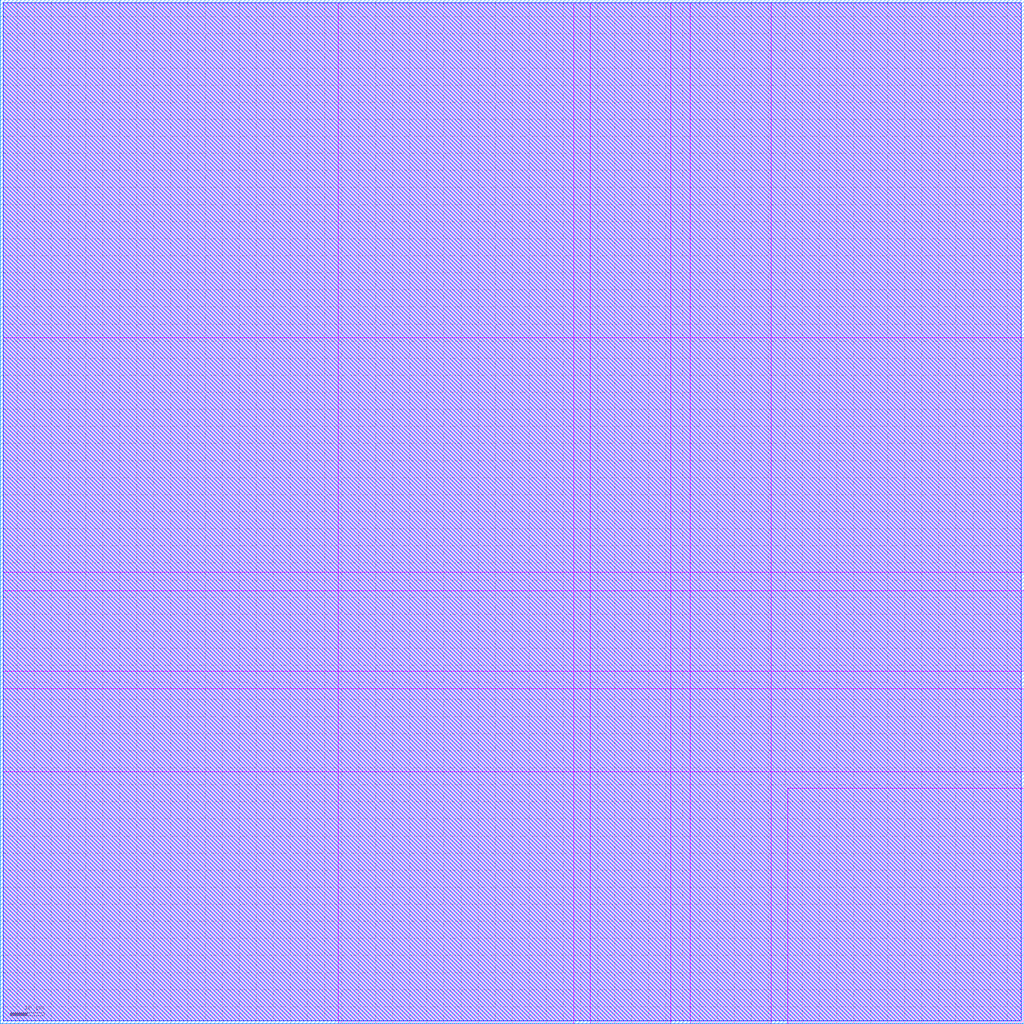
<source format=lef>
# LEF file generated by Abstract Generator version 5.5.10 on Jul 31 16:51:52 2004
#
# Contains LEF for all bins.
# Options:   [x] Antenna
#            [x] Geometry
#            [x] Technology

VERSION 5.4 ;
NAMESCASESENSITIVE ON ;
BUSBITCHARS "[]" ;
DIVIDERCHAR "/" ;
UNITS
  DATABASE MICRONS 1000 ;
END UNITS

USEMINSPACING OBS ON ;
USEMINSPACING PIN OFF ;
CLEARANCEMEASURE EUCLIDEAN ;


MANUFACTURINGGRID 0.15 ;

LAYER nwell
  TYPE	MASTERSLICE ;
END nwell

LAYER nactive
  TYPE	MASTERSLICE ;
END nactive

LAYER pactive
  TYPE	MASTERSLICE ;
END pactive

LAYER poly
  TYPE	MASTERSLICE ;
END poly

LAYER cc
  TYPE	CUT ;
  SPACING	0.9 ;
END cc

LAYER metal1
  TYPE		ROUTING ;
  DIRECTION	HORIZONTAL ;
  PITCH		3  ;
  WIDTH		0.9 ;
  SPACING	0.9 ;
  OFFSET	1.5 ;
  RESISTANCE	RPERSQ 0.09 ;
  CAPACITANCE	CPERSQDIST 3.2e-05 ;
END metal1

LAYER via
  TYPE	CUT ;
  SPACING	0.9 ;
END via

LAYER metal2
  TYPE		ROUTING ;
  DIRECTION	VERTICAL ;
  PITCH		2.4  ;
  WIDTH		0.9 ;
  SPACING	0.9 ;
  OFFSET	1.2 ;
  RESISTANCE	RPERSQ 0.09 ;
  CAPACITANCE	CPERSQDIST 1.6e-05 ;
END metal2

LAYER via2
  TYPE	CUT ;
  SPACING	0.9 ;
END via2

LAYER metal3
  TYPE		ROUTING ;
  DIRECTION	HORIZONTAL ;
  PITCH		3  ;
  WIDTH		1.5 ;
  SPACING	0.9 ;
  OFFSET	1.5 ;
  RESISTANCE	RPERSQ 0.05 ;
  CAPACITANCE	CPERSQDIST 1e-05 ;
END metal3

SPACING
  SAMENET cc  via	0.150 ;
  SAMENET via  via2	0.150 ;
END SPACING

VIA M2_M1 DEFAULT
  LAYER metal1 ;
    RECT -0.600 -0.600 0.600 0.600 ;
  LAYER via ;
    RECT -0.300 -0.300 0.300 0.300 ;
  LAYER metal2 ;
    RECT -0.600 -0.600 0.600 0.600 ;
END M2_M1

VIA M3_M2 DEFAULT
  LAYER metal2 ;
    RECT -0.600 -0.600 0.600 0.600 ;
  LAYER via2 ;
    RECT -0.300 -0.300 0.300 0.300 ;
  LAYER metal3 ;
    RECT -0.900 -0.900 0.900 0.900 ;
END M3_M2


VIARULE viagen21 GENERATE
  LAYER metal1 ;
    DIRECTION HORIZONTAL ;
    WIDTH 1.2 TO 120 ;
    OVERHANG 0.3 ;
    METALOVERHANG 0 ;
  LAYER metal2 ;
    DIRECTION VERTICAL ;
    WIDTH 1.2 TO 120 ;
    OVERHANG 0.3 ;
    METALOVERHANG 0 ;
  LAYER via ;
    RECT -0.3 -0.3 0.3 0.3 ;
    SPACING 1.5 BY 1.5 ;
END viagen21

VIARULE viagen32 GENERATE
  LAYER metal3 ;
    DIRECTION HORIZONTAL ;
    WIDTH 1.8 TO 180 ;
    OVERHANG 0.6 ;
    METALOVERHANG 0 ;
  LAYER metal2 ;
    DIRECTION VERTICAL ;
    WIDTH 1.2 TO 120 ;
    OVERHANG 0.6 ;
    METALOVERHANG 0 ;
  LAYER via2 ;
    RECT -0.3 -0.3 0.3 0.3 ;
    SPACING 2.1 BY 2.1 ;
END viagen32

VIARULE TURN1 GENERATE
  LAYER metal1 ;
    DIRECTION HORIZONTAL ;
  LAYER metal1 ;
    DIRECTION VERTICAL ;
END TURN1

VIARULE TURN2 GENERATE
  LAYER metal2 ;
    DIRECTION HORIZONTAL ;
  LAYER metal2 ;
    DIRECTION VERTICAL ;
END TURN2

VIARULE TURN3 GENERATE
  LAYER metal3 ;
    DIRECTION HORIZONTAL ;
  LAYER metal3 ;
    DIRECTION VERTICAL ;
END TURN3

SITE  corner
    CLASS	PAD ;
    SYMMETRY	R90 Y ;
    SIZE	300.000 BY 300.000 ;
END  corner

SITE  IO
    CLASS	PAD ;
    SYMMETRY	Y ;
    SIZE	90.000 BY 300.000 ;
END  IO

SITE  core
    CLASS	CORE ;
    SYMMETRY	Y ;
    SIZE	2.400 BY 30.000 ;
END  core

MACRO FILL
  CLASS  CORE ;
  FOREIGN FILL 0.000 0.000 ;
  ORIGIN 0.000 0.000 ;
  SIZE 2.400 BY 30.000 ;
  SYMMETRY X Y  ;
  SITE core ;
  PIN gnd
    DIRECTION INOUT ;
    USE GROUND ;
    SHAPE ABUTMENT ;
    PORT
      LAYER metal1 ;
        RECT -0.600 -0.900 3.000 0.900 ;
    END
  END gnd
  PIN vdd
    DIRECTION INOUT ;
    USE POWER ;
    SHAPE ABUTMENT ;
    PORT
      LAYER metal1 ;
        RECT -0.600 29.100 3.000 30.900 ;
    END
  END vdd
END FILL

MACRO AND2X1
  CLASS  CORE ;
  FOREIGN AND2X1 0.000 0.000 ;
  ORIGIN 0.000 0.000 ;
  SIZE 9.600 BY 30.000 ;
  SYMMETRY X Y  ;
  SITE core ;
  PIN A
    DIRECTION INPUT ;
    PORT
      LAYER metal1 ;
        RECT 0.600 9.900 1.800 11.100 ;
    END
  END A
  PIN B
    DIRECTION INPUT ;
    PORT
      LAYER metal1 ;
        RECT 3.000 15.900 4.200 17.100 ;
    END
  END B
  PIN gnd
    DIRECTION INOUT ;
    USE GROUND ;
    SHAPE ABUTMENT ;
    PORT
      LAYER metal1 ;
        RECT -0.600 -0.900 10.200 0.900 ;
    END
  END gnd
  PIN Y
    DIRECTION OUTPUT ;
    PORT
      LAYER metal1 ;
        RECT 7.800 18.900 9.000 20.100 ;
    END
  END Y
  PIN vdd
    DIRECTION INOUT ;
    USE POWER ;
    SHAPE ABUTMENT ;
    PORT
      LAYER metal1 ;
        RECT -0.600 29.100 10.200 30.900 ;
    END
  END vdd
  OBS 
      LAYER metal1 ;
        RECT 0.600 22.200 1.800 28.200 ;
        RECT 0.600 12.000 1.800 12.300 ;
        RECT 3.900 14.700 5.100 15.000 ;
        RECT 4.500 1.800 5.700 7.800 ;
        RECT 5.400 22.200 6.600 28.200 ;
        RECT 0.600 1.800 1.800 7.800 ;
        RECT 0.900 7.800 3.600 8.700 ;
        RECT 2.700 7.800 3.600 9.900 ;
        RECT 6.000 8.700 7.200 9.900 ;
        RECT 2.700 9.000 7.200 9.900 ;
        RECT 6.000 8.700 6.900 21.300 ;
        RECT 3.300 20.400 6.900 21.300 ;
        RECT 3.300 20.400 4.200 28.200 ;
        RECT 3.000 22.200 4.200 28.200 ;
        RECT 8.100 21.000 9.000 28.200 ;
        RECT 7.800 22.200 9.000 28.200 ;
        RECT 6.900 1.800 8.100 5.700 ;
        RECT 8.100 4.800 9.000 18.000 ;
  END 
END AND2X1

MACRO AND2X2
  CLASS  CORE ;
  FOREIGN AND2X2 0.000 0.000 ;
  ORIGIN 0.000 0.000 ;
  SIZE 9.600 BY 30.000 ;
  SYMMETRY X Y  ;
  SITE core ;
  PIN A
    DIRECTION INPUT ;
    PORT
      LAYER metal1 ;
        RECT 0.600 9.900 1.800 11.100 ;
    END
  END A
  PIN B
    DIRECTION INPUT ;
    PORT
      LAYER metal1 ;
        RECT 3.000 12.900 4.200 14.100 ;
    END
  END B
  PIN gnd
    DIRECTION INOUT ;
    USE GROUND ;
    SHAPE ABUTMENT ;
    PORT
      LAYER metal1 ;
        RECT -0.600 -0.900 10.200 0.900 ;
    END
  END gnd
  PIN Y
    DIRECTION OUTPUT ;
    PORT
      LAYER metal1 ;
        RECT 7.800 12.900 9.000 14.100 ;
    END
  END Y
  PIN vdd
    DIRECTION INOUT ;
    USE POWER ;
    SHAPE ABUTMENT ;
    PORT
      LAYER metal1 ;
        RECT -0.600 29.100 10.200 30.900 ;
    END
  END vdd
  OBS 
      LAYER metal1 ;
        RECT 0.600 22.200 1.800 28.200 ;
        RECT 0.600 12.000 1.800 12.300 ;
        RECT 3.600 10.500 4.800 11.700 ;
        RECT 3.300 10.800 4.200 12.000 ;
        RECT 4.500 1.800 5.700 7.500 ;
        RECT 5.400 16.800 6.600 28.200 ;
        RECT 0.600 1.800 1.800 7.800 ;
        RECT 0.900 1.800 1.800 9.000 ;
        RECT 0.900 8.100 3.600 9.000 ;
        RECT 2.700 8.700 7.200 9.600 ;
        RECT 6.000 8.700 7.200 9.900 ;
        RECT 6.000 8.700 6.900 15.900 ;
        RECT 3.300 15.000 6.900 15.900 ;
        RECT 3.300 15.000 4.200 28.200 ;
        RECT 3.000 22.200 4.200 28.200 ;
        RECT 8.100 15.000 9.000 28.200 ;
        RECT 7.800 16.200 9.000 28.200 ;
        RECT 6.900 1.800 8.100 7.800 ;
        RECT 8.100 6.300 9.000 12.000 ;
  END 
END AND2X2

MACRO AOI21X1
  CLASS  CORE ;
  FOREIGN AOI21X1 0.000 0.000 ;
  ORIGIN 0.000 0.000 ;
  SIZE 9.600 BY 30.000 ;
  SYMMETRY X Y  ;
  SITE core ;
  PIN A
    DIRECTION INPUT ;
    PORT
      LAYER metal1 ;
        RECT 0.600 12.900 1.800 14.100 ;
    END
  END A
  PIN B
    DIRECTION INPUT ;
    PORT
      LAYER metal1 ;
        RECT 3.000 9.900 4.200 11.100 ;
    END
  END B
  PIN C
    DIRECTION INPUT ;
    PORT
      LAYER metal1 ;
        RECT 7.800 6.900 9.000 8.100 ;
    END
  END C
  PIN gnd
    DIRECTION INOUT ;
    USE GROUND ;
    SHAPE ABUTMENT ;
    PORT
      LAYER metal1 ;
        RECT -0.600 -0.900 10.200 0.900 ;
    END
  END gnd
  PIN Y
    DIRECTION OUTPUT ;
    PORT
      LAYER metal1 ;
        RECT 7.800 12.900 9.000 14.100 ;
    END
  END Y
  PIN vdd
    DIRECTION INOUT ;
    USE POWER ;
    SHAPE ABUTMENT ;
    PORT
      LAYER metal1 ;
        RECT -0.600 29.100 10.200 30.900 ;
    END
  END vdd
  OBS 
      LAYER metal1 ;
        RECT 1.500 1.800 2.700 7.800 ;
        RECT 2.700 13.200 3.000 14.700 ;
        RECT 3.000 18.000 4.200 28.200 ;
        RECT 3.000 12.000 4.200 12.300 ;
        RECT 0.600 16.200 6.600 17.100 ;
        RECT 0.600 16.200 1.800 28.200 ;
        RECT 5.400 16.200 6.600 28.200 ;
        RECT 5.400 1.800 6.600 7.800 ;
        RECT 5.400 1.800 6.300 14.100 ;
        RECT 5.400 13.200 6.900 14.100 ;
        RECT 7.500 5.700 8.700 6.000 ;
        RECT 7.800 15.000 8.700 28.200 ;
        RECT 7.800 16.200 9.000 28.200 ;
        RECT 7.800 1.800 9.000 4.800 ;
  END 
END AOI21X1

MACRO AOI22X1
  CLASS  CORE ;
  FOREIGN AOI22X1 0.000 0.000 ;
  ORIGIN 0.000 0.000 ;
  SIZE 12.000 BY 30.000 ;
  SYMMETRY X Y  ;
  SITE core ;
  PIN A
    DIRECTION INPUT ;
    PORT
      LAYER metal1 ;
        RECT 0.600 12.900 1.800 14.100 ;
    END
  END A
  PIN B
    DIRECTION INPUT ;
    PORT
      LAYER metal1 ;
        RECT 3.000 9.900 4.200 11.100 ;
    END
  END B
  PIN C
    DIRECTION INPUT ;
    PORT
      LAYER metal1 ;
        RECT 10.200 12.900 11.400 14.100 ;
    END
  END C
  PIN D
    DIRECTION INPUT ;
    PORT
      LAYER metal1 ;
        RECT 7.800 9.900 9.000 11.100 ;
    END
  END D
  PIN gnd
    DIRECTION INOUT ;
    USE GROUND ;
    SHAPE ABUTMENT ;
    PORT
      LAYER metal1 ;
        RECT -0.600 -0.900 12.600 0.900 ;
    END
  END gnd
  PIN Y
    DIRECTION OUTPUT ;
    PORT
      LAYER metal1 ;
        RECT 5.400 12.900 6.600 14.100 ;
    END
  END Y
  PIN vdd
    DIRECTION INOUT ;
    USE POWER ;
    SHAPE ABUTMENT ;
    PORT
      LAYER metal1 ;
        RECT -0.600 29.100 12.600 30.900 ;
    END
  END vdd
  OBS 
      LAYER metal1 ;
        RECT 1.200 1.800 2.400 7.800 ;
        RECT 2.700 13.200 3.000 14.700 ;
        RECT 3.000 18.000 4.200 28.200 ;
        RECT 3.000 12.000 4.200 12.300 ;
        RECT 5.100 1.800 7.500 7.800 ;
        RECT 5.700 1.800 6.600 12.000 ;
        RECT 7.500 12.000 8.700 12.900 ;
        RECT 7.500 14.400 8.700 15.300 ;
        RECT 5.700 15.000 8.700 15.300 ;
        RECT 7.800 14.400 8.700 26.400 ;
        RECT 7.800 16.200 9.000 26.400 ;
        RECT 0.600 16.200 6.600 17.100 ;
        RECT 5.400 16.200 6.600 28.200 ;
        RECT 0.600 16.200 1.800 28.200 ;
        RECT 10.200 16.200 11.400 28.200 ;
        RECT 5.400 27.300 11.400 28.200 ;
        RECT 10.200 15.000 11.400 15.300 ;
        RECT 10.200 1.800 11.400 7.800 ;
  END 
END AOI22X1

MACRO BUFX2
  CLASS  CORE ;
  FOREIGN BUFX2 0.000 0.000 ;
  ORIGIN 0.000 0.000 ;
  SIZE 7.200 BY 30.000 ;
  SYMMETRY X Y  ;
  SITE core ;
  PIN A
    DIRECTION INPUT ;
    PORT
      LAYER metal1 ;
        RECT 0.600 12.900 1.800 14.100 ;
    END
  END A
  PIN gnd
    DIRECTION INOUT ;
    USE GROUND ;
    SHAPE ABUTMENT ;
    PORT
      LAYER metal1 ;
        RECT -0.600 -0.900 7.800 0.900 ;
    END
  END gnd
  PIN Y
    DIRECTION OUTPUT ;
    PORT
      LAYER metal1 ;
        RECT 5.400 9.900 6.600 11.100 ;
    END
  END Y
  PIN vdd
    DIRECTION INOUT ;
    USE POWER ;
    SHAPE ABUTMENT ;
    PORT
      LAYER metal1 ;
        RECT -0.600 29.100 7.800 30.900 ;
    END
  END vdd
  OBS 
      LAYER metal1 ;
        RECT 0.600 11.700 1.800 12.000 ;
        RECT 3.000 18.000 4.200 28.200 ;
        RECT 3.000 1.800 4.200 7.800 ;
        RECT 0.600 1.800 1.800 9.600 ;
        RECT 0.600 8.700 3.900 9.600 ;
        RECT 3.000 14.100 4.800 15.300 ;
        RECT 3.000 8.700 3.900 17.100 ;
        RECT 0.600 16.200 3.900 17.100 ;
        RECT 0.600 16.200 1.800 28.200 ;
        RECT 5.400 12.000 6.600 12.900 ;
        RECT 5.700 12.000 6.600 28.200 ;
        RECT 5.400 16.200 6.600 28.200 ;
        RECT 5.400 1.800 6.600 9.000 ;
  END 
END BUFX2

MACRO BUFX4
  CLASS  CORE ;
  FOREIGN BUFX4 0.000 0.000 ;
  ORIGIN 0.000 0.000 ;
  SIZE 9.600 BY 30.000 ;
  SYMMETRY X Y  ;
  SITE core ;
  PIN A
    DIRECTION INPUT ;
    PORT
      LAYER metal1 ;
        RECT 0.600 12.900 1.800 14.100 ;
    END
  END A
  PIN gnd
    DIRECTION INOUT ;
    USE GROUND ;
    SHAPE ABUTMENT ;
    PORT
      LAYER metal1 ;
        RECT -0.600 -0.900 10.200 0.900 ;
    END
  END gnd
  PIN Y
    DIRECTION OUTPUT ;
    PORT
      LAYER metal1 ;
        RECT 5.400 9.900 6.600 11.100 ;
    END
  END Y
  PIN vdd
    DIRECTION INOUT ;
    USE POWER ;
    SHAPE ABUTMENT ;
    PORT
      LAYER metal1 ;
        RECT -0.600 29.100 10.200 30.900 ;
    END
  END vdd
  OBS 
      LAYER metal1 ;
        RECT 0.900 11.700 2.100 12.000 ;
        RECT 3.000 18.000 4.200 28.200 ;
        RECT 3.000 1.800 4.200 7.800 ;
        RECT 0.600 1.800 1.800 9.600 ;
        RECT 0.600 8.700 4.500 9.600 ;
        RECT 3.600 12.000 5.100 13.200 ;
        RECT 3.600 8.700 4.500 17.100 ;
        RECT 0.600 16.200 4.500 17.100 ;
        RECT 0.600 16.200 1.800 28.200 ;
        RECT 6.000 12.000 6.900 17.700 ;
        RECT 5.400 16.200 6.600 28.200 ;
        RECT 5.400 1.800 6.600 7.800 ;
        RECT 6.000 6.900 6.900 9.000 ;
        RECT 7.800 16.200 9.000 28.200 ;
        RECT 7.800 1.800 9.000 7.800 ;
  END 
END BUFX4

MACRO DFFNEGX1
  CLASS  CORE ;
  FOREIGN DFFNEGX1 0.000 0.000 ;
  ORIGIN 0.000 0.000 ;
  SIZE 28.800 BY 30.000 ;
  SYMMETRY X Y  ;
  SITE core ;
  PIN Q
    DIRECTION OUTPUT ;
    PORT
      LAYER metal1 ;
        RECT 27.000 12.900 28.200 14.100 ;
    END
  END Q
  PIN CLK
    DIRECTION INPUT ;
    PORT
      LAYER metal1 ;
        RECT 3.000 9.900 4.200 11.100 ;
    END
  END CLK
  PIN D
    DIRECTION INPUT ;
    PORT
      LAYER metal1 ;
        RECT 10.200 12.900 11.400 14.100 ;
    END
  END D
  PIN gnd
    DIRECTION INOUT ;
    USE GROUND ;
    SHAPE ABUTMENT ;
    PORT
      LAYER metal1 ;
        RECT -0.600 -0.900 29.400 0.900 ;
    END
  END gnd
  PIN vdd
    DIRECTION INOUT ;
    USE POWER ;
    SHAPE ABUTMENT ;
    PORT
      LAYER metal1 ;
        RECT -0.600 29.100 29.400 30.900 ;
    END
  END vdd
  OBS 
      LAYER metal2 ;
        RECT 0.600 7.800 1.800 16.200 ;
        RECT 5.400 4.800 6.600 15.000 ;
        RECT 5.400 4.800 6.300 22.200 ;
        RECT 5.400 16.200 6.600 22.200 ;
        RECT 7.800 10.200 9.000 20.100 ;
        RECT 19.800 4.800 21.000 17.100 ;
        RECT 19.800 4.800 20.700 22.200 ;
        RECT 19.800 18.300 21.000 22.200 ;
      LAYER metal1 ;
        RECT 0.600 1.800 1.800 9.000 ;
        RECT 1.800 9.900 2.100 11.100 ;
        RECT 3.000 16.500 4.200 28.200 ;
        RECT 3.000 1.800 4.200 7.800 ;
        RECT 5.400 21.000 6.600 23.100 ;
        RECT 5.400 22.200 8.400 23.100 ;
        RECT 7.200 22.200 8.400 28.200 ;
        RECT 7.200 1.800 8.400 4.800 ;
        RECT 5.400 3.900 8.400 4.800 ;
        RECT 5.400 3.900 6.600 6.000 ;
        RECT 7.800 18.900 9.000 20.100 ;
        RECT 8.100 20.100 9.300 21.300 ;
        RECT 4.200 12.600 5.400 13.800 ;
        RECT 4.200 12.900 9.300 13.800 ;
        RECT 11.400 22.200 12.600 28.200 ;
        RECT 11.100 1.800 12.600 4.800 ;
        RECT 5.400 17.100 13.500 18.000 ;
        RECT 5.400 17.100 6.600 18.300 ;
        RECT 12.300 17.100 13.500 18.300 ;
        RECT 13.800 1.800 15.000 4.800 ;
        RECT 13.800 1.800 14.700 6.600 ;
        RECT 10.500 5.700 14.700 6.600 ;
        RECT 10.500 5.700 11.700 6.900 ;
        RECT 10.500 20.100 11.700 21.300 ;
        RECT 14.700 20.100 15.900 21.300 ;
        RECT 10.500 20.400 15.900 21.300 ;
        RECT 13.800 20.400 14.700 28.200 ;
        RECT 13.800 22.200 15.000 28.200 ;
        RECT 16.200 22.200 17.400 28.200 ;
        RECT 16.200 1.800 17.400 4.800 ;
        RECT 6.300 6.900 7.500 8.100 ;
        RECT 6.000 8.100 7.200 11.100 ;
        RECT 18.000 9.900 19.200 11.100 ;
        RECT 5.100 10.200 19.200 11.100 ;
        RECT 7.800 10.200 9.000 11.400 ;
        RECT 19.800 21.000 21.000 22.200 ;
        RECT 20.100 22.200 21.900 28.200 ;
        RECT 0.600 14.700 7.500 15.600 ;
        RECT 6.300 15.300 17.100 16.200 ;
        RECT 16.200 15.300 17.100 18.300 ;
        RECT 16.200 17.100 21.900 18.000 ;
        RECT 16.200 17.100 17.700 18.300 ;
        RECT 20.700 17.100 21.900 18.300 ;
        RECT 0.600 14.700 1.800 28.200 ;
        RECT 20.100 1.800 21.900 4.800 ;
        RECT 19.800 3.900 21.000 6.000 ;
        RECT 19.800 12.000 21.000 13.200 ;
        RECT 19.800 12.300 25.500 13.200 ;
        RECT 24.300 12.300 25.500 13.500 ;
        RECT 24.600 16.200 25.800 28.200 ;
        RECT 24.600 1.800 25.800 7.500 ;
        RECT 21.900 14.100 23.100 15.300 ;
        RECT 21.900 14.400 26.100 15.300 ;
        RECT 21.900 15.000 28.200 15.300 ;
        RECT 27.000 15.000 28.200 28.200 ;
        RECT 22.500 8.100 23.700 9.300 ;
        RECT 22.500 8.400 28.200 9.300 ;
        RECT 27.000 1.800 28.200 12.000 ;
      LAYER via ;
        RECT 0.900 15.300 1.500 15.900 ;
        RECT 0.900 8.100 1.500 8.700 ;
        RECT 5.700 21.300 6.300 21.900 ;
        RECT 5.700 17.400 6.300 18.000 ;
        RECT 5.700 5.100 6.300 5.700 ;
        RECT 8.100 19.200 8.700 19.800 ;
        RECT 8.100 10.500 8.700 11.100 ;
        RECT 20.100 21.300 20.700 21.900 ;
        RECT 20.100 12.300 20.700 12.900 ;
        RECT 20.100 5.100 20.700 5.700 ;
  END 
END DFFNEGX1

MACRO NOR3X1
  CLASS  CORE ;
  FOREIGN NOR3X1 0.000 0.000 ;
  ORIGIN 0.000 0.000 ;
  SIZE 19.200 BY 30.000 ;
  SYMMETRY X Y  ;
  SITE core ;
  PIN A
    DIRECTION INPUT ;
    PORT
      LAYER metal1 ;
        RECT 3.000 6.900 4.200 8.100 ;
    END
  END A
  PIN B
    DIRECTION INPUT ;
    PORT
      LAYER metal1 ;
        RECT 5.400 9.900 6.600 11.100 ;
    END
  END B
  PIN C
    DIRECTION INPUT ;
    PORT
      LAYER metal1 ;
        RECT 7.800 12.900 9.000 14.100 ;
    END
  END C
  PIN gnd
    DIRECTION INOUT ;
    USE GROUND ;
    SHAPE ABUTMENT ;
    PORT
      LAYER metal1 ;
        RECT -0.600 -0.900 19.800 0.900 ;
    END
  END gnd
  PIN Y
    DIRECTION OUTPUT ;
    PORT
      LAYER metal1 ;
        RECT 15.000 15.900 16.200 17.100 ;
    END
  END Y
  PIN vdd
    DIRECTION INOUT ;
    USE POWER ;
    SHAPE ABUTMENT ;
    PORT
      LAYER metal1 ;
        RECT -0.600 29.100 19.800 30.900 ;
    END
  END vdd
  OBS 
      LAYER metal1 ;
        RECT 3.000 19.200 4.200 28.200 ;
        RECT 3.000 1.800 4.200 4.800 ;
        RECT 5.100 6.900 5.700 8.100 ;
        RECT 7.500 9.900 7.800 11.100 ;
        RECT 7.800 1.800 9.000 4.200 ;
        RECT 9.900 12.900 10.200 14.100 ;
        RECT 0.900 17.400 6.300 18.300 ;
        RECT 5.400 17.400 6.300 28.200 ;
        RECT 5.400 19.200 6.600 28.200 ;
        RECT 0.900 17.400 1.800 28.200 ;
        RECT 0.600 19.200 1.800 28.200 ;
        RECT 10.200 19.500 11.400 28.200 ;
        RECT 5.400 27.300 11.400 28.200 ;
        RECT 5.400 1.800 6.600 4.800 ;
        RECT 6.000 3.900 6.900 6.000 ;
        RECT 10.200 1.800 11.400 6.000 ;
        RECT 6.000 5.100 12.000 6.000 ;
        RECT 11.100 4.800 12.000 16.800 ;
        RECT 11.100 15.900 14.100 16.800 ;
        RECT 15.000 18.000 16.200 26.400 ;
        RECT 8.100 17.700 13.500 18.600 ;
        RECT 8.100 17.700 9.000 26.400 ;
        RECT 7.800 19.200 9.000 26.400 ;
        RECT 12.600 18.000 13.800 27.000 ;
        RECT 17.400 18.000 18.600 27.000 ;
        RECT 12.900 18.000 13.800 28.200 ;
        RECT 17.400 18.000 18.300 28.200 ;
        RECT 12.900 27.300 18.300 28.200 ;
  END 
END NOR3X1

MACRO DFFPOSX1
  CLASS  CORE ;
  FOREIGN DFFPOSX1 0.000 0.000 ;
  ORIGIN 0.000 0.000 ;
  SIZE 28.800 BY 30.000 ;
  SYMMETRY X Y  ;
  SITE core ;
  PIN Q
    DIRECTION OUTPUT ;
    PORT
      LAYER metal1 ;
        RECT 27.000 12.900 28.200 14.100 ;
    END
  END Q
  PIN CLK
    DIRECTION INPUT ;
    PORT
      LAYER metal1 ;
        RECT 3.000 9.900 4.200 11.100 ;
    END
  END CLK
  PIN D
    DIRECTION INPUT ;
    PORT
      LAYER metal1 ;
        RECT 10.200 12.900 11.400 14.100 ;
    END
  END D
  PIN gnd
    DIRECTION INOUT ;
    USE GROUND ;
    SHAPE ABUTMENT ;
    PORT
      LAYER metal1 ;
        RECT -0.600 -0.900 29.400 0.900 ;
    END
  END gnd
  PIN vdd
    DIRECTION INOUT ;
    USE POWER ;
    SHAPE ABUTMENT ;
    PORT
      LAYER metal1 ;
        RECT -0.600 29.100 29.400 30.900 ;
    END
  END vdd
  OBS 
      LAYER metal2 ;
        RECT 0.600 7.800 1.800 16.200 ;
        RECT 5.400 4.800 6.600 22.200 ;
        RECT 19.800 4.800 21.000 22.200 ;
      LAYER metal1 ;
        RECT 0.600 1.800 1.800 9.000 ;
        RECT 1.800 9.900 2.100 11.100 ;
        RECT 3.000 16.500 4.200 28.200 ;
        RECT 3.000 1.800 4.200 7.800 ;
        RECT 5.400 21.000 6.600 23.100 ;
        RECT 5.400 22.200 8.400 23.100 ;
        RECT 7.200 22.200 8.400 28.200 ;
        RECT 7.200 1.800 8.400 4.800 ;
        RECT 5.400 3.900 8.400 4.800 ;
        RECT 5.400 3.900 6.600 6.000 ;
        RECT 3.900 12.600 5.100 13.800 ;
        RECT 3.900 12.900 9.300 13.800 ;
        RECT 11.400 22.200 12.600 28.200 ;
        RECT 11.100 1.800 12.600 4.800 ;
        RECT 5.400 17.100 13.500 18.000 ;
        RECT 5.400 17.100 6.600 18.300 ;
        RECT 12.300 17.100 13.500 18.300 ;
        RECT 13.800 1.800 15.000 4.800 ;
        RECT 13.800 1.800 14.700 6.600 ;
        RECT 10.500 5.700 14.700 6.600 ;
        RECT 10.500 5.700 11.700 6.900 ;
        RECT 10.500 20.100 11.700 21.300 ;
        RECT 14.700 20.100 15.900 21.300 ;
        RECT 10.500 20.400 15.900 21.300 ;
        RECT 13.800 20.400 14.700 28.200 ;
        RECT 13.800 22.200 15.000 28.200 ;
        RECT 16.200 22.200 17.400 28.200 ;
        RECT 16.200 1.800 17.400 4.800 ;
        RECT 0.600 15.000 9.300 15.600 ;
        RECT 0.600 14.700 9.000 15.600 ;
        RECT 8.100 15.300 15.300 16.200 ;
        RECT 14.400 15.300 15.300 18.900 ;
        RECT 16.500 17.700 17.700 18.900 ;
        RECT 14.400 18.000 17.700 18.900 ;
        RECT 0.600 14.700 1.800 28.200 ;
        RECT 19.800 21.000 21.000 22.200 ;
        RECT 20.100 22.200 21.900 28.200 ;
        RECT 20.100 1.800 21.900 4.800 ;
        RECT 19.800 3.900 21.000 6.000 ;
        RECT 7.800 5.700 9.000 6.900 ;
        RECT 8.100 5.700 9.000 11.100 ;
        RECT 16.500 9.900 17.700 11.100 ;
        RECT 5.100 10.200 18.300 11.100 ;
        RECT 6.300 10.200 7.500 11.400 ;
        RECT 17.400 10.200 18.300 16.800 ;
        RECT 17.400 15.900 21.000 16.800 ;
        RECT 20.100 15.900 21.000 19.500 ;
        RECT 20.100 18.300 22.200 19.500 ;
        RECT 19.800 12.000 21.000 13.200 ;
        RECT 19.800 12.300 25.500 13.200 ;
        RECT 24.300 12.300 25.500 13.500 ;
        RECT 24.600 16.200 25.800 28.200 ;
        RECT 24.600 1.800 25.800 7.500 ;
        RECT 21.900 14.100 23.100 15.300 ;
        RECT 21.900 14.400 26.100 15.300 ;
        RECT 21.900 15.000 28.200 15.300 ;
        RECT 27.000 15.000 28.200 28.200 ;
        RECT 22.500 8.100 23.700 9.300 ;
        RECT 22.500 8.400 28.200 9.300 ;
        RECT 27.000 1.800 28.200 12.000 ;
      LAYER via ;
        RECT 0.900 15.300 1.500 15.900 ;
        RECT 0.900 8.100 1.500 8.700 ;
        RECT 5.700 21.300 6.300 21.900 ;
        RECT 5.700 17.400 6.300 18.000 ;
        RECT 5.700 5.100 6.300 5.700 ;
        RECT 20.100 21.300 20.700 21.900 ;
        RECT 20.100 12.300 20.700 12.900 ;
        RECT 20.100 5.100 20.700 5.700 ;
  END 
END DFFPOSX1

MACRO FAX1
  CLASS  CORE ;
  FOREIGN FAX1 0.000 0.000 ;
  ORIGIN 0.000 0.000 ;
  SIZE 36.000 BY 30.000 ;
  SYMMETRY X Y  ;
  SITE core ;
  PIN YC
    DIRECTION OUTPUT ;
    PORT
      LAYER metal1 ;
        RECT 34.200 9.900 35.400 11.100 ;
    END
  END YC
  PIN YS
    DIRECTION OUTPUT ;
    PORT
      LAYER metal1 ;
        RECT 31.800 6.900 33.000 8.100 ;
    END
  END YS
  PIN A
    DIRECTION INPUT ;
    PORT
      LAYER metal1 ;
        RECT 0.600 9.900 1.800 11.100 ;
    END
  END A
  PIN B
    DIRECTION INPUT ;
    PORT
      LAYER metal1 ;
        RECT 3.000 12.900 4.200 14.100 ;
    END
  END B
  PIN C
    DIRECTION INPUT ;
    PORT
      LAYER metal1 ;
        RECT 5.400 12.900 6.600 14.100 ;
    END
  END C
  PIN gnd
    DIRECTION INOUT ;
    USE GROUND ;
    SHAPE ABUTMENT ;
    PORT
      LAYER metal1 ;
        RECT -0.600 -0.900 36.600 0.900 ;
    END
  END gnd
  PIN vdd
    DIRECTION INOUT ;
    USE POWER ;
    SHAPE ABUTMENT ;
    PORT
      LAYER metal1 ;
        RECT -0.600 29.100 36.600 30.900 ;
    END
  END vdd
  OBS 
      LAYER metal2 ;
        RECT 21.600 6.300 22.800 7.500 ;
        RECT 21.900 11.700 30.300 12.600 ;
        RECT 29.100 11.700 30.300 12.900 ;
        RECT 21.900 6.300 22.800 15.300 ;
        RECT 21.600 14.100 22.800 15.300 ;
        RECT 7.800 6.600 9.000 7.800 ;
        RECT 18.000 14.400 19.200 17.100 ;
        RECT 31.200 15.900 32.400 17.100 ;
        RECT 7.800 16.200 32.400 17.100 ;
        RECT 8.100 6.600 9.000 17.400 ;
        RECT 7.800 16.200 9.000 17.400 ;
      LAYER metal1 ;
        RECT 3.000 18.000 4.200 28.200 ;
        RECT 3.000 1.800 4.200 6.000 ;
        RECT 0.600 16.200 6.600 17.100 ;
        RECT 0.600 16.200 1.800 28.200 ;
        RECT 5.400 16.200 6.600 28.200 ;
        RECT 0.600 1.800 1.800 7.800 ;
        RECT 5.400 1.800 6.600 7.800 ;
        RECT 0.600 6.900 6.600 7.800 ;
        RECT 7.800 16.200 9.000 28.200 ;
        RECT 7.800 1.800 9.000 7.800 ;
        RECT 11.700 16.200 12.900 28.200 ;
        RECT 11.700 1.800 12.900 7.200 ;
        RECT 16.500 19.200 17.700 28.200 ;
        RECT 16.500 1.800 17.700 5.700 ;
        RECT 14.100 17.400 20.100 18.300 ;
        RECT 14.100 16.200 15.300 28.200 ;
        RECT 18.900 17.400 20.100 28.200 ;
        RECT 14.100 1.800 15.300 7.500 ;
        RECT 18.900 1.800 20.100 7.500 ;
        RECT 14.100 6.600 20.100 7.500 ;
        RECT 19.200 14.100 20.400 15.300 ;
        RECT 18.000 14.400 19.200 15.600 ;
        RECT 21.600 14.100 22.800 28.200 ;
        RECT 21.300 15.300 22.800 28.200 ;
        RECT 15.600 12.300 22.800 13.200 ;
        RECT 21.600 12.000 22.800 13.200 ;
        RECT 7.500 12.900 17.700 13.500 ;
        RECT 7.500 12.900 16.500 13.800 ;
        RECT 7.500 12.900 7.800 14.100 ;
        RECT 21.300 1.800 22.800 6.300 ;
        RECT 21.600 1.800 22.800 7.500 ;
        RECT 4.200 10.500 25.200 11.100 ;
        RECT 14.100 10.200 25.200 11.100 ;
        RECT 3.300 10.800 15.300 11.400 ;
        RECT 24.000 10.200 25.200 11.400 ;
        RECT 3.300 10.800 5.400 11.700 ;
        RECT 8.700 10.500 9.900 11.700 ;
        RECT 3.300 10.800 4.200 12.000 ;
        RECT 1.800 8.700 27.600 9.000 ;
        RECT 11.100 8.400 27.600 9.300 ;
        RECT 2.700 8.700 12.300 9.600 ;
        RECT 2.700 8.700 3.000 9.900 ;
        RECT 26.700 8.400 27.600 11.400 ;
        RECT 26.700 10.200 27.900 11.400 ;
        RECT 27.000 13.800 28.200 28.200 ;
        RECT 27.000 1.800 28.200 7.500 ;
        RECT 29.100 10.500 30.300 12.900 ;
        RECT 31.200 9.000 32.100 14.700 ;
        RECT 29.100 13.800 32.100 14.700 ;
        RECT 29.100 13.800 30.000 23.100 ;
        RECT 29.400 22.200 30.600 28.200 ;
        RECT 29.400 1.800 30.600 4.800 ;
        RECT 29.700 1.800 30.600 6.600 ;
        RECT 29.700 5.700 32.100 6.000 ;
        RECT 29.700 5.700 30.900 6.600 ;
        RECT 31.800 22.200 33.000 28.200 ;
        RECT 31.800 1.800 33.000 4.800 ;
        RECT 31.200 15.900 33.600 17.100 ;
        RECT 34.500 12.000 35.400 28.200 ;
        RECT 34.200 22.200 35.400 28.200 ;
        RECT 34.200 1.800 35.400 4.800 ;
        RECT 34.500 1.800 35.400 9.000 ;
      LAYER via ;
        RECT 8.100 16.500 8.700 17.100 ;
        RECT 8.100 6.900 8.700 7.500 ;
        RECT 18.300 14.700 18.900 15.300 ;
        RECT 21.900 14.400 22.500 15.000 ;
        RECT 21.900 6.600 22.500 7.200 ;
        RECT 29.400 12.000 30.000 12.600 ;
        RECT 31.500 16.200 32.100 16.800 ;
  END 
END FAX1

MACRO HAX1
  CLASS  CORE ;
  FOREIGN HAX1 0.000 0.000 ;
  ORIGIN 0.000 0.000 ;
  SIZE 24.000 BY 30.000 ;
  SYMMETRY X Y  ;
  SITE core ;
  PIN YC
    DIRECTION OUTPUT ;
    PORT
      LAYER metal1 ;
        RECT 7.800 15.900 9.000 17.100 ;
    END
  END YC
  PIN YS
    DIRECTION OUTPUT ;
    PORT
      LAYER metal1 ;
        RECT 19.800 15.900 21.000 17.100 ;
    END
  END YS
  PIN A
    DIRECTION INPUT ;
    PORT
      LAYER metal1 ;
        RECT 0.600 9.900 1.800 11.100 ;
    END
  END A
  PIN B
    DIRECTION INPUT ;
    PORT
      LAYER metal1 ;
        RECT 3.000 12.900 4.200 14.100 ;
    END
  END B
  PIN gnd
    DIRECTION INOUT ;
    USE GROUND ;
    SHAPE ABUTMENT ;
    PORT
      LAYER metal1 ;
        RECT -0.600 -0.900 24.600 0.900 ;
    END
  END gnd
  PIN vdd
    DIRECTION INOUT ;
    USE POWER ;
    SHAPE ABUTMENT ;
    PORT
      LAYER metal1 ;
        RECT -0.600 29.100 24.600 30.900 ;
    END
  END vdd
  OBS 
      LAYER metal2 ;
        RECT 5.700 6.900 6.900 8.100 ;
        RECT 5.700 6.900 6.600 13.800 ;
        RECT 5.700 12.600 6.900 13.800 ;
        RECT 6.900 4.800 9.000 6.000 ;
        RECT 8.100 4.800 9.000 13.800 ;
        RECT 7.800 12.600 9.000 13.800 ;
      LAYER metal1 ;
        RECT 0.600 1.800 1.800 7.800 ;
        RECT 1.200 8.700 2.400 9.000 ;
        RECT 3.000 22.800 4.200 28.200 ;
        RECT 5.700 12.600 6.900 13.800 ;
        RECT 0.900 21.000 6.600 21.900 ;
        RECT 0.900 21.000 1.800 28.200 ;
        RECT 0.600 22.200 1.800 28.200 ;
        RECT 5.700 12.600 6.600 28.200 ;
        RECT 5.400 21.000 6.600 28.200 ;
        RECT 6.900 1.800 8.100 6.000 ;
        RECT 4.500 1.800 5.700 7.800 ;
        RECT 5.700 6.900 8.400 8.100 ;
        RECT 7.800 18.000 9.000 28.200 ;
        RECT 7.800 12.600 9.000 15.000 ;
        RECT 9.300 1.800 10.500 7.500 ;
        RECT 10.200 22.200 11.400 28.200 ;
        RECT 3.600 10.800 11.700 11.700 ;
        RECT 3.600 10.800 4.800 12.000 ;
        RECT 10.800 11.700 13.800 12.600 ;
        RECT 12.600 11.700 13.800 12.900 ;
        RECT 2.700 9.000 13.500 9.900 ;
        RECT 12.600 9.900 16.200 10.800 ;
        RECT 15.000 9.900 16.200 11.100 ;
        RECT 16.500 16.200 17.700 28.200 ;
        RECT 11.700 1.800 17.700 2.700 ;
        RECT 16.500 1.800 17.700 7.200 ;
        RECT 11.700 1.800 12.900 7.800 ;
        RECT 14.100 3.600 15.300 7.800 ;
        RECT 14.400 3.600 15.300 9.000 ;
        RECT 14.400 8.100 18.900 9.000 ;
        RECT 17.100 8.100 18.900 9.300 ;
        RECT 17.100 8.100 18.000 15.300 ;
        RECT 12.900 14.400 18.000 15.300 ;
        RECT 12.900 14.400 13.800 28.200 ;
        RECT 12.600 16.200 13.800 28.200 ;
        RECT 18.900 22.200 20.100 28.200 ;
        RECT 18.900 1.800 20.100 4.800 ;
        RECT 20.100 18.000 21.000 21.300 ;
        RECT 20.100 20.400 22.500 21.300 ;
        RECT 21.600 20.400 22.500 28.200 ;
        RECT 21.300 22.200 22.500 28.200 ;
        RECT 21.300 1.800 22.500 4.800 ;
        RECT 21.600 1.800 22.500 6.900 ;
        RECT 20.100 6.000 22.500 6.900 ;
        RECT 20.100 6.000 21.000 15.000 ;
      LAYER via ;
        RECT 6.000 12.900 6.600 13.500 ;
        RECT 6.000 7.200 6.600 7.800 ;
        RECT 7.200 5.100 7.800 5.700 ;
        RECT 8.100 12.900 8.700 13.500 ;
  END 
END HAX1

MACRO INVX1
  CLASS  CORE ;
  FOREIGN INVX1 0.000 0.000 ;
  ORIGIN 0.000 0.000 ;
  SIZE 4.800 BY 30.000 ;
  SYMMETRY X Y  ;
  SITE core ;
  PIN A
    DIRECTION INPUT ;
    PORT
      LAYER metal1 ;
        RECT 0.600 6.900 1.800 8.100 ;
    END
  END A
  PIN gnd
    DIRECTION INOUT ;
    USE GROUND ;
    SHAPE ABUTMENT ;
    PORT
      LAYER metal1 ;
        RECT -0.600 -0.900 5.400 0.900 ;
    END
  END gnd
  PIN Y
    DIRECTION OUTPUT ;
    PORT
      LAYER metal1 ;
        RECT 3.000 9.900 4.200 11.100 ;
    END
  END Y
  PIN vdd
    DIRECTION INOUT ;
    USE POWER ;
    SHAPE ABUTMENT ;
    PORT
      LAYER metal1 ;
        RECT -0.600 29.100 5.400 30.900 ;
    END
  END vdd
  OBS 
      LAYER metal1 ;
        RECT 0.600 22.200 1.800 28.200 ;
        RECT 0.600 5.700 1.800 6.000 ;
        RECT 0.600 1.800 1.800 4.800 ;
        RECT 3.000 12.000 4.200 28.200 ;
        RECT 3.000 1.800 4.200 9.000 ;
  END 
END INVX1

MACRO INVX2
  CLASS  CORE ;
  FOREIGN INVX2 0.000 0.000 ;
  ORIGIN 0.000 0.000 ;
  SIZE 4.800 BY 30.000 ;
  SYMMETRY X Y  ;
  SITE core ;
  PIN A
    DIRECTION INPUT ;
    PORT
      LAYER metal1 ;
        RECT 0.600 9.900 1.800 11.100 ;
    END
  END A
  PIN gnd
    DIRECTION INOUT ;
    USE GROUND ;
    SHAPE ABUTMENT ;
    PORT
      LAYER metal1 ;
        RECT -0.600 -0.900 5.400 0.900 ;
    END
  END gnd
  PIN Y
    DIRECTION OUTPUT ;
    PORT
      LAYER metal1 ;
        RECT 3.000 12.900 4.200 14.100 ;
    END
  END Y
  PIN vdd
    DIRECTION INOUT ;
    USE POWER ;
    SHAPE ABUTMENT ;
    PORT
      LAYER metal1 ;
        RECT -0.600 29.100 5.400 30.900 ;
    END
  END vdd
  OBS 
      LAYER metal1 ;
        RECT 0.600 16.200 1.800 28.200 ;
        RECT 0.600 8.700 1.800 9.000 ;
        RECT 0.600 1.800 1.800 7.800 ;
        RECT 3.000 15.000 4.200 28.200 ;
        RECT 3.000 1.800 4.200 12.000 ;
  END 
END INVX2

MACRO INVX4
  CLASS  CORE ;
  FOREIGN INVX4 0.000 0.000 ;
  ORIGIN 0.000 0.000 ;
  SIZE 7.200 BY 30.000 ;
  SYMMETRY X Y  ;
  SITE core ;
  PIN A
    DIRECTION INPUT ;
    PORT
      LAYER metal1 ;
        RECT 0.600 9.900 1.800 11.100 ;
    END
  END A
  PIN gnd
    DIRECTION INOUT ;
    USE GROUND ;
    SHAPE ABUTMENT ;
    PORT
      LAYER metal1 ;
        RECT -0.600 -0.900 7.800 0.900 ;
    END
  END gnd
  PIN Y
    DIRECTION OUTPUT ;
    PORT
      LAYER metal1 ;
        RECT 3.000 12.900 4.200 14.100 ;
    END
  END Y
  PIN vdd
    DIRECTION INOUT ;
    USE POWER ;
    SHAPE ABUTMENT ;
    PORT
      LAYER metal1 ;
        RECT -0.600 29.100 7.800 30.900 ;
    END
  END vdd
  OBS 
      LAYER metal1 ;
        RECT 0.600 16.200 1.800 28.200 ;
        RECT 0.600 8.700 1.800 9.000 ;
        RECT 0.600 1.800 1.800 7.800 ;
        RECT 3.000 15.000 4.200 28.200 ;
        RECT 3.000 1.800 4.200 12.000 ;
        RECT 5.400 16.200 6.600 28.200 ;
        RECT 5.400 1.800 6.600 7.800 ;
  END 
END INVX4

MACRO INVX8
  CLASS  CORE ;
  FOREIGN INVX8 0.000 0.000 ;
  ORIGIN 0.000 0.000 ;
  SIZE 12.000 BY 30.000 ;
  SYMMETRY X Y  ;
  SITE core ;
  PIN A
    DIRECTION INPUT ;
    PORT
      LAYER metal1 ;
        RECT 0.600 9.900 1.800 11.100 ;
    END
  END A
  PIN gnd
    DIRECTION INOUT ;
    USE GROUND ;
    SHAPE ABUTMENT ;
    PORT
      LAYER metal1 ;
        RECT -0.600 -0.900 12.600 0.900 ;
    END
  END gnd
  PIN Y
    DIRECTION OUTPUT ;
    PORT
      LAYER metal1 ;
        RECT 7.800 12.900 9.000 14.100 ;
    END
  END Y
  PIN vdd
    DIRECTION INOUT ;
    USE POWER ;
    SHAPE ABUTMENT ;
    PORT
      LAYER metal1 ;
        RECT -0.600 29.100 12.600 30.900 ;
    END
  END vdd
  OBS 
      LAYER metal1 ;
        RECT 0.600 16.200 1.800 28.200 ;
        RECT 0.600 8.700 1.800 9.000 ;
        RECT 0.600 1.800 1.800 7.800 ;
        RECT 5.400 16.200 6.600 28.200 ;
        RECT 5.400 1.800 6.600 7.800 ;
        RECT 3.000 14.100 6.900 15.300 ;
        RECT 3.000 15.000 9.000 15.300 ;
        RECT 3.000 14.100 4.200 28.200 ;
        RECT 7.800 15.000 9.000 28.200 ;
        RECT 3.000 1.800 4.200 9.900 ;
        RECT 3.000 8.700 9.000 9.900 ;
        RECT 7.800 1.800 9.000 12.000 ;
        RECT 10.200 16.200 11.400 28.200 ;
        RECT 10.200 1.800 11.400 7.800 ;
  END 
END INVX8

MACRO NAND2X1
  CLASS  CORE ;
  FOREIGN NAND2X1 0.000 0.000 ;
  ORIGIN 0.000 0.000 ;
  SIZE 7.200 BY 30.000 ;
  SYMMETRY X Y  ;
  SITE core ;
  PIN A
    DIRECTION INPUT ;
    PORT
      LAYER metal1 ;
        RECT 0.600 9.900 1.800 11.100 ;
    END
  END A
  PIN B
    DIRECTION INPUT ;
    PORT
      LAYER metal1 ;
        RECT 5.400 15.900 6.600 17.100 ;
    END
  END B
  PIN gnd
    DIRECTION INOUT ;
    USE GROUND ;
    SHAPE ABUTMENT ;
    PORT
      LAYER metal1 ;
        RECT -0.600 -0.900 7.800 0.900 ;
    END
  END gnd
  PIN Y
    DIRECTION OUTPUT ;
    PORT
      LAYER metal1 ;
        RECT 3.000 12.900 4.200 14.100 ;
    END
  END Y
  PIN vdd
    DIRECTION INOUT ;
    USE POWER ;
    SHAPE ABUTMENT ;
    PORT
      LAYER metal1 ;
        RECT -0.600 29.100 7.800 30.900 ;
    END
  END vdd
  OBS 
      LAYER metal1 ;
        RECT 0.600 22.200 1.800 28.200 ;
        RECT 0.600 8.700 1.800 9.000 ;
        RECT 0.600 1.800 1.800 7.800 ;
        RECT 3.000 15.000 4.200 28.200 ;
        RECT 4.500 1.800 5.700 7.800 ;
        RECT 3.000 6.900 5.700 7.800 ;
        RECT 3.000 6.900 4.200 12.000 ;
        RECT 5.400 22.200 6.600 28.200 ;
        RECT 5.400 18.000 6.600 18.300 ;
  END 
END NAND2X1

MACRO NAND3X1
  CLASS  CORE ;
  FOREIGN NAND3X1 0.000 0.000 ;
  ORIGIN 0.000 0.000 ;
  SIZE 9.600 BY 30.000 ;
  SYMMETRY X Y  ;
  SITE core ;
  PIN A
    DIRECTION INPUT ;
    PORT
      LAYER metal1 ;
        RECT 0.600 15.900 1.800 17.100 ;
    END
  END A
  PIN B
    DIRECTION INPUT ;
    PORT
      LAYER metal1 ;
        RECT 3.000 12.900 4.200 14.100 ;
    END
  END B
  PIN C
    DIRECTION INPUT ;
    PORT
      LAYER metal1 ;
        RECT 5.400 18.900 6.600 20.100 ;
    END
  END C
  PIN gnd
    DIRECTION INOUT ;
    USE GROUND ;
    SHAPE ABUTMENT ;
    PORT
      LAYER metal1 ;
        RECT -0.600 -0.900 10.200 0.900 ;
    END
  END gnd
  PIN Y
    DIRECTION OUTPUT ;
    PORT
      LAYER metal1 ;
        RECT 7.800 15.900 9.000 17.100 ;
    END
  END Y
  PIN vdd
    DIRECTION INOUT ;
    USE POWER ;
    SHAPE ABUTMENT ;
    PORT
      LAYER metal1 ;
        RECT -0.600 29.100 10.200 30.900 ;
    END
  END vdd
  OBS 
      LAYER metal1 ;
        RECT 0.600 22.200 1.800 28.200 ;
        RECT 0.600 14.700 1.800 15.000 ;
        RECT 0.600 1.800 1.800 10.800 ;
        RECT 5.100 12.900 5.400 14.100 ;
        RECT 5.400 22.800 6.600 28.200 ;
        RECT 5.400 17.700 6.600 18.000 ;
        RECT 6.000 1.800 7.200 10.800 ;
        RECT 6.300 10.200 8.700 11.100 ;
        RECT 7.800 10.200 8.700 15.000 ;
        RECT 3.300 21.000 8.700 21.900 ;
        RECT 7.800 18.000 8.700 28.200 ;
        RECT 3.300 21.000 4.200 28.200 ;
        RECT 3.000 22.200 4.200 28.200 ;
        RECT 7.800 22.200 9.000 28.200 ;
  END 
END NAND3X1

MACRO NOR2X1
  CLASS  CORE ;
  FOREIGN NOR2X1 0.000 0.000 ;
  ORIGIN 0.000 0.000 ;
  SIZE 7.200 BY 30.000 ;
  SYMMETRY X Y  ;
  SITE core ;
  PIN A
    DIRECTION INPUT ;
    PORT
      LAYER metal1 ;
        RECT 0.600 6.900 1.800 8.100 ;
    END
  END A
  PIN B
    DIRECTION INPUT ;
    PORT
      LAYER metal1 ;
        RECT 5.400 12.900 6.600 14.100 ;
    END
  END B
  PIN gnd
    DIRECTION INOUT ;
    USE GROUND ;
    SHAPE ABUTMENT ;
    PORT
      LAYER metal1 ;
        RECT -0.600 -0.900 7.800 0.900 ;
    END
  END gnd
  PIN Y
    DIRECTION OUTPUT ;
    PORT
      LAYER metal1 ;
        RECT 3.000 9.900 4.200 11.100 ;
    END
  END Y
  PIN vdd
    DIRECTION INOUT ;
    USE POWER ;
    SHAPE ABUTMENT ;
    PORT
      LAYER metal1 ;
        RECT -0.600 29.100 7.800 30.900 ;
    END
  END vdd
  OBS 
      LAYER metal1 ;
        RECT 0.600 16.200 1.800 28.200 ;
        RECT 0.600 5.700 1.800 6.000 ;
        RECT 0.600 1.800 1.800 4.800 ;
        RECT 3.000 1.800 4.200 4.800 ;
        RECT 3.300 1.800 4.200 9.000 ;
        RECT 3.300 12.000 4.200 17.400 ;
        RECT 3.000 16.200 5.700 17.400 ;
        RECT 4.500 16.200 5.700 28.200 ;
        RECT 5.400 15.000 6.600 15.300 ;
        RECT 5.400 1.800 6.600 4.800 ;
  END 
END NOR2X1

MACRO OAI21X1
  CLASS  CORE ;
  FOREIGN OAI21X1 0.000 0.000 ;
  ORIGIN 0.000 0.000 ;
  SIZE 9.600 BY 30.000 ;
  SYMMETRY X Y  ;
  SITE core ;
  PIN A
    DIRECTION INPUT ;
    PORT
      LAYER metal1 ;
        RECT 0.600 9.900 1.800 11.100 ;
    END
  END A
  PIN B
    DIRECTION INPUT ;
    PORT
      LAYER metal1 ;
        RECT 3.000 12.900 4.200 14.100 ;
    END
  END B
  PIN C
    DIRECTION INPUT ;
    PORT
      LAYER metal1 ;
        RECT 7.800 15.900 9.000 17.100 ;
    END
  END C
  PIN gnd
    DIRECTION INOUT ;
    USE GROUND ;
    SHAPE ABUTMENT ;
    PORT
      LAYER metal1 ;
        RECT -0.600 -0.900 10.200 0.900 ;
    END
  END gnd
  PIN Y
    DIRECTION OUTPUT ;
    PORT
      LAYER metal1 ;
        RECT 7.800 9.900 9.000 11.100 ;
    END
  END Y
  PIN vdd
    DIRECTION INOUT ;
    USE POWER ;
    SHAPE ABUTMENT ;
    PORT
      LAYER metal1 ;
        RECT -0.600 29.100 10.200 30.900 ;
    END
  END vdd
  OBS 
      LAYER metal1 ;
        RECT 0.600 16.200 1.800 28.200 ;
        RECT 2.700 9.300 3.000 10.800 ;
        RECT 3.000 11.700 4.200 12.000 ;
        RECT 3.000 1.800 4.200 6.600 ;
        RECT 0.600 1.800 1.800 7.800 ;
        RECT 5.400 1.800 6.600 7.800 ;
        RECT 0.900 7.500 6.300 8.400 ;
        RECT 5.100 9.900 6.900 11.100 ;
        RECT 5.100 9.900 6.000 17.100 ;
        RECT 4.500 16.200 5.700 28.200 ;
        RECT 6.900 18.000 7.800 20.100 ;
        RECT 6.600 18.900 7.800 20.100 ;
        RECT 6.900 22.200 8.100 28.200 ;
        RECT 7.800 1.800 9.000 7.800 ;
        RECT 7.800 1.800 8.700 9.000 ;
  END 
END OAI21X1

MACRO OAI22X1
  CLASS  CORE ;
  FOREIGN OAI22X1 0.000 0.000 ;
  ORIGIN 0.000 0.000 ;
  SIZE 12.000 BY 30.000 ;
  SYMMETRY X Y  ;
  SITE core ;
  PIN A
    DIRECTION INPUT ;
    PORT
      LAYER metal1 ;
        RECT 0.600 9.900 1.800 11.100 ;
    END
  END A
  PIN B
    DIRECTION INPUT ;
    PORT
      LAYER metal1 ;
        RECT 3.000 12.900 4.200 14.100 ;
    END
  END B
  PIN C
    DIRECTION INPUT ;
    PORT
      LAYER metal1 ;
        RECT 10.200 9.900 11.400 11.100 ;
    END
  END C
  PIN D
    DIRECTION INPUT ;
    PORT
      LAYER metal1 ;
        RECT 7.800 12.900 9.000 14.100 ;
    END
  END D
  PIN gnd
    DIRECTION INOUT ;
    USE GROUND ;
    SHAPE ABUTMENT ;
    PORT
      LAYER metal1 ;
        RECT -0.600 -0.900 12.600 0.900 ;
    END
  END gnd
  PIN Y
    DIRECTION OUTPUT ;
    PORT
      LAYER metal1 ;
        RECT 5.400 9.900 6.600 11.100 ;
    END
  END Y
  PIN vdd
    DIRECTION INOUT ;
    USE POWER ;
    SHAPE ABUTMENT ;
    PORT
      LAYER metal1 ;
        RECT -0.600 29.100 12.600 30.900 ;
    END
  END vdd
  OBS 
      LAYER metal1 ;
        RECT 0.600 16.200 1.800 28.200 ;
        RECT 2.700 9.300 3.000 10.800 ;
        RECT 3.000 11.700 4.200 12.000 ;
        RECT 3.000 1.800 4.200 6.600 ;
        RECT 5.400 12.000 6.300 28.200 ;
        RECT 4.500 16.200 7.500 28.200 ;
        RECT 7.800 11.700 9.000 12.000 ;
        RECT 7.800 3.600 9.000 7.800 ;
        RECT 8.100 3.600 9.000 10.800 ;
        RECT 7.500 9.900 9.000 10.800 ;
        RECT 10.200 16.200 11.400 28.200 ;
        RECT 10.200 12.000 11.400 12.300 ;
        RECT 5.400 1.800 11.400 2.700 ;
        RECT 0.600 1.800 1.800 7.800 ;
        RECT 5.400 1.800 6.600 7.800 ;
        RECT 10.200 1.800 11.400 7.800 ;
        RECT 0.900 7.500 6.300 8.400 ;
  END 
END OAI22X1

MACRO OR2X1
  CLASS  CORE ;
  FOREIGN OR2X1 0.000 0.000 ;
  ORIGIN 0.000 0.000 ;
  SIZE 9.600 BY 30.000 ;
  SYMMETRY X Y  ;
  SITE core ;
  PIN A
    DIRECTION INPUT ;
    PORT
      LAYER metal1 ;
        RECT 0.600 6.900 1.800 8.100 ;
    END
  END A
  PIN B
    DIRECTION INPUT ;
    PORT
      LAYER metal1 ;
        RECT 3.000 9.900 4.200 11.100 ;
    END
  END B
  PIN gnd
    DIRECTION INOUT ;
    USE GROUND ;
    SHAPE ABUTMENT ;
    PORT
      LAYER metal1 ;
        RECT -0.600 -0.900 10.200 0.900 ;
    END
  END gnd
  PIN Y
    DIRECTION OUTPUT ;
    PORT
      LAYER metal1 ;
        RECT 7.800 12.900 9.000 14.100 ;
    END
  END Y
  PIN vdd
    DIRECTION INOUT ;
    USE POWER ;
    SHAPE ABUTMENT ;
    PORT
      LAYER metal1 ;
        RECT -0.600 29.100 10.200 30.900 ;
    END
  END vdd
  OBS 
      LAYER metal1 ;
        RECT 0.600 5.700 1.800 6.000 ;
        RECT 0.600 1.800 1.800 4.800 ;
        RECT 3.300 8.700 5.400 9.000 ;
        RECT 5.100 8.700 5.400 9.900 ;
        RECT 4.500 16.200 5.700 28.200 ;
        RECT 5.400 1.800 6.600 4.800 ;
        RECT 3.000 1.800 4.200 4.800 ;
        RECT 3.300 1.800 4.200 7.200 ;
        RECT 3.300 6.300 7.200 7.200 ;
        RECT 6.300 6.300 7.200 11.700 ;
        RECT 5.700 10.800 6.600 15.300 ;
        RECT 5.700 14.100 6.900 15.300 ;
        RECT 0.600 14.400 6.900 15.300 ;
        RECT 0.600 14.400 1.800 28.200 ;
        RECT 7.200 21.300 9.000 22.200 ;
        RECT 8.100 15.000 9.000 22.200 ;
        RECT 6.900 22.200 8.100 28.200 ;
        RECT 7.800 1.800 9.000 4.800 ;
        RECT 8.100 1.800 9.000 12.000 ;
  END 
END OR2X1

MACRO OR2X2
  CLASS  CORE ;
  FOREIGN OR2X2 0.000 0.000 ;
  ORIGIN 0.000 0.000 ;
  SIZE 9.600 BY 30.000 ;
  SYMMETRY X Y  ;
  SITE core ;
  PIN A
    DIRECTION INPUT ;
    PORT
      LAYER metal1 ;
        RECT 0.600 6.900 1.800 8.100 ;
    END
  END A
  PIN B
    DIRECTION INPUT ;
    PORT
      LAYER metal1 ;
        RECT 3.000 9.900 4.200 11.100 ;
    END
  END B
  PIN gnd
    DIRECTION INOUT ;
    USE GROUND ;
    SHAPE ABUTMENT ;
    PORT
      LAYER metal1 ;
        RECT -0.600 -0.900 10.200 0.900 ;
    END
  END gnd
  PIN Y
    DIRECTION OUTPUT ;
    PORT
      LAYER metal1 ;
        RECT 7.800 12.900 9.000 14.100 ;
    END
  END Y
  PIN vdd
    DIRECTION INOUT ;
    USE POWER ;
    SHAPE ABUTMENT ;
    PORT
      LAYER metal1 ;
        RECT -0.600 29.100 10.200 30.900 ;
    END
  END vdd
  OBS 
      LAYER metal1 ;
        RECT 0.600 5.700 1.800 6.000 ;
        RECT 0.600 1.800 1.800 4.800 ;
        RECT 3.600 12.000 4.800 12.300 ;
        RECT 4.500 16.200 5.700 28.200 ;
        RECT 5.400 1.800 6.600 7.200 ;
        RECT 3.000 1.800 4.200 4.800 ;
        RECT 3.300 1.800 4.200 9.000 ;
        RECT 3.300 8.100 6.900 9.000 ;
        RECT 5.700 13.500 6.900 14.700 ;
        RECT 6.000 8.100 6.900 14.700 ;
        RECT 0.600 14.400 6.600 15.300 ;
        RECT 0.600 14.400 1.800 28.200 ;
        RECT 8.100 15.000 9.000 17.100 ;
        RECT 6.900 16.200 8.100 28.200 ;
        RECT 7.800 1.800 9.000 7.800 ;
        RECT 8.100 1.800 9.000 12.000 ;
  END 
END OR2X2

MACRO TBUFX1
  CLASS  CORE ;
  FOREIGN TBUFX1 0.000 0.000 ;
  ORIGIN 0.000 0.000 ;
  SIZE 12.000 BY 30.000 ;
  SYMMETRY X Y  ;
  SITE core ;
  PIN A
    DIRECTION INPUT ;
    PORT
      LAYER metal1 ;
        RECT 10.200 9.900 11.400 11.100 ;
    END
  END A
  PIN EN
    DIRECTION INPUT ;
    PORT
      LAYER metal1 ;
        RECT 0.600 18.900 1.800 20.100 ;
    END
  END EN
  PIN gnd
    DIRECTION INOUT ;
    USE GROUND ;
    SHAPE ABUTMENT ;
    PORT
      LAYER metal1 ;
        RECT -0.600 -0.900 12.600 0.900 ;
    END
  END gnd
  PIN Y
    DIRECTION OUTPUT ;
    PORT
      LAYER metal1 ;
        RECT 5.400 12.900 6.600 14.100 ;
    END
  END Y
  PIN vdd
    DIRECTION INOUT ;
    USE POWER ;
    SHAPE ABUTMENT ;
    PORT
      LAYER metal1 ;
        RECT -0.600 29.100 12.600 30.900 ;
    END
  END vdd
  OBS 
      LAYER metal1 ;
        RECT 0.600 22.200 1.800 28.200 ;
        RECT 0.600 1.800 1.800 4.800 ;
        RECT 2.700 18.900 3.000 20.100 ;
        RECT 3.000 1.800 4.200 4.800 ;
        RECT 3.900 9.900 5.100 11.100 ;
        RECT 3.900 3.600 4.800 12.000 ;
        RECT 3.600 11.100 4.500 15.900 ;
        RECT 3.900 15.000 4.800 23.100 ;
        RECT 3.000 22.200 4.200 28.200 ;
        RECT 6.000 15.000 6.900 28.200 ;
        RECT 5.700 16.200 6.900 28.200 ;
        RECT 5.700 1.800 6.900 7.800 ;
        RECT 6.000 1.800 6.900 12.000 ;
        RECT 9.000 9.900 9.300 11.100 ;
        RECT 9.600 16.200 10.800 28.200 ;
        RECT 9.600 1.800 10.800 7.800 ;
  END 
END TBUFX1

MACRO TBUFX2
  CLASS  CORE ;
  FOREIGN TBUFX2 0.000 0.000 ;
  ORIGIN 0.000 0.000 ;
  SIZE 16.800 BY 30.000 ;
  SYMMETRY X Y  ;
  SITE core ;
  PIN A
    DIRECTION INPUT ;
    PORT
      LAYER metal1 ;
        RECT 15.000 9.900 16.200 11.100 ;
    END
  END A
  PIN EN
    DIRECTION INPUT ;
    PORT
      LAYER metal1 ;
        RECT 0.600 12.900 1.800 14.100 ;
    END
  END EN
  PIN gnd
    DIRECTION INOUT ;
    USE GROUND ;
    SHAPE ABUTMENT ;
    PORT
      LAYER metal1 ;
        RECT -0.600 -0.900 17.400 0.900 ;
    END
  END gnd
  PIN Y
    DIRECTION OUTPUT ;
    PORT
      LAYER metal1 ;
        RECT 7.800 12.900 9.000 14.100 ;
    END
  END Y
  PIN vdd
    DIRECTION INOUT ;
    USE POWER ;
    SHAPE ABUTMENT ;
    PORT
      LAYER metal1 ;
        RECT -0.600 29.100 17.400 30.900 ;
    END
  END vdd
  OBS 
      LAYER metal1 ;
        RECT 0.600 16.200 1.800 28.200 ;
        RECT 0.600 15.000 1.800 15.300 ;
        RECT 0.600 1.800 1.800 7.800 ;
        RECT 0.600 8.700 2.100 9.900 ;
        RECT 0.600 8.700 1.500 12.000 ;
        RECT 3.000 1.800 4.200 7.800 ;
        RECT 3.000 12.300 4.200 13.500 ;
        RECT 3.000 1.800 3.900 28.200 ;
        RECT 3.000 16.200 4.200 28.200 ;
        RECT 7.800 15.000 8.700 26.400 ;
        RECT 7.800 16.200 9.000 26.400 ;
        RECT 7.800 3.600 9.000 7.800 ;
        RECT 7.800 3.600 8.700 12.000 ;
        RECT 12.600 18.300 13.800 28.200 ;
        RECT 12.600 1.800 13.800 6.900 ;
        RECT 13.500 9.900 14.100 11.100 ;
        RECT 10.200 16.200 16.200 17.400 ;
        RECT 5.400 16.200 6.600 28.200 ;
        RECT 10.200 16.200 11.400 28.200 ;
        RECT 5.400 27.300 11.400 28.200 ;
        RECT 15.000 16.200 16.200 28.200 ;
        RECT 5.400 1.800 11.400 2.700 ;
        RECT 15.000 1.800 16.200 6.900 ;
        RECT 10.200 1.800 11.400 8.700 ;
        RECT 5.400 1.800 6.600 7.800 ;
        RECT 15.300 1.800 16.200 8.700 ;
        RECT 10.200 7.800 16.200 8.700 ;
  END 
END TBUFX2

MACRO XOR2X1
  CLASS  CORE ;
  FOREIGN XOR2X1 0.000 0.000 ;
  ORIGIN 0.000 0.000 ;
  SIZE 16.800 BY 30.000 ;
  SYMMETRY X Y  ;
  SITE core ;
  PIN A
    DIRECTION INPUT ;
    PORT
      LAYER metal1 ;
        RECT 0.600 9.900 1.800 11.100 ;
    END
  END A
  PIN B
    DIRECTION INPUT ;
    PORT
      LAYER metal1 ;
        RECT 15.000 9.900 16.200 11.100 ;
    END
  END B
  PIN gnd
    DIRECTION INOUT ;
    USE GROUND ;
    SHAPE ABUTMENT ;
    PORT
      LAYER metal1 ;
        RECT -0.600 -0.900 17.400 0.900 ;
    END
  END gnd
  PIN Y
    DIRECTION OUTPUT ;
    PORT
      LAYER metal1 ;
        RECT 7.800 12.900 9.000 14.100 ;
    END
  END Y
  PIN vdd
    DIRECTION INOUT ;
    USE POWER ;
    SHAPE ABUTMENT ;
    PORT
      LAYER metal1 ;
        RECT -0.600 29.100 17.400 30.900 ;
    END
  END vdd
  OBS 
      LAYER metal2 ;
        RECT 3.300 7.800 4.500 9.000 ;
        RECT 3.300 8.100 11.700 9.000 ;
        RECT 5.400 8.100 6.600 9.300 ;
        RECT 10.500 8.100 11.700 9.300 ;
        RECT 3.300 7.800 4.200 17.400 ;
        RECT 3.300 16.200 4.500 17.400 ;
        RECT 12.600 7.800 13.800 9.000 ;
        RECT 5.400 10.200 13.800 11.100 ;
        RECT 5.400 10.200 6.300 14.400 ;
        RECT 5.100 13.200 6.300 14.400 ;
        RECT 12.900 7.800 13.800 17.400 ;
        RECT 12.600 16.200 13.800 17.400 ;
      LAYER metal1 ;
        RECT 3.000 18.300 4.500 28.200 ;
        RECT 0.600 16.200 4.500 17.100 ;
        RECT 3.300 16.200 4.500 17.400 ;
        RECT 0.600 16.200 1.800 28.200 ;
        RECT 0.600 1.800 1.800 8.700 ;
        RECT 0.600 7.800 4.500 8.700 ;
        RECT 3.300 7.800 4.500 9.000 ;
        RECT 3.000 1.800 4.500 6.900 ;
        RECT 3.900 12.900 5.100 14.100 ;
        RECT 5.100 13.200 6.300 14.400 ;
        RECT 2.700 10.200 3.900 11.100 ;
        RECT 2.700 9.900 3.000 11.100 ;
        RECT 3.000 10.500 7.200 11.400 ;
        RECT 6.000 10.500 7.200 11.700 ;
        RECT 5.400 8.100 7.800 9.300 ;
        RECT 8.100 15.000 9.000 28.200 ;
        RECT 7.200 16.200 9.600 28.200 ;
        RECT 7.200 1.800 9.600 7.200 ;
        RECT 8.700 1.800 9.600 11.100 ;
        RECT 8.100 10.200 9.000 12.000 ;
        RECT 10.500 8.100 11.700 9.300 ;
        RECT 10.800 8.100 11.700 11.100 ;
        RECT 10.800 9.900 12.000 11.100 ;
        RECT 12.300 18.300 13.800 28.200 ;
        RECT 12.300 1.800 13.800 6.900 ;
        RECT 13.800 9.900 14.100 11.100 ;
        RECT 12.600 16.200 16.200 17.100 ;
        RECT 12.600 16.200 13.800 17.400 ;
        RECT 15.000 16.200 16.200 28.200 ;
        RECT 15.000 1.800 16.200 8.700 ;
        RECT 12.600 7.800 16.200 8.700 ;
        RECT 12.600 7.800 13.800 9.000 ;
      LAYER via ;
        RECT 3.600 16.500 4.200 17.100 ;
        RECT 3.600 8.100 4.200 8.700 ;
        RECT 5.400 13.500 6.000 14.100 ;
        RECT 5.700 8.400 6.300 9.000 ;
        RECT 10.800 8.400 11.400 9.000 ;
        RECT 12.900 16.500 13.500 17.100 ;
        RECT 12.900 8.100 13.500 8.700 ;
  END 
END XOR2X1

MACRO MUX2X1
  CLASS  CORE ;
  FOREIGN MUX2X1 0.000 0.000 ;
  ORIGIN 0.000 0.000 ;
  SIZE 14.400 BY 30.000 ;
  SYMMETRY X Y  ;
  SITE core ;
  PIN A
    DIRECTION INPUT ;
    PORT
      LAYER metal1 ;
        RECT 10.200 12.900 11.400 14.100 ;
    END
  END A
  PIN B
    DIRECTION INPUT ;
    PORT
      LAYER metal1 ;
        RECT 3.000 12.900 4.200 14.100 ;
    END
  END B
  PIN S
    DIRECTION INPUT ;
    PORT
      LAYER metal1 ;
        RECT 0.600 12.900 1.800 14.100 ;
    END
  END S
  PIN gnd
    DIRECTION INOUT ;
    USE GROUND ;
    SHAPE ABUTMENT ;
    PORT
      LAYER metal1 ;
        RECT -0.600 -0.900 15.000 0.900 ;
    END
  END gnd
  PIN Y
    DIRECTION OUTPUT ;
    PORT
      LAYER metal1 ;
        RECT 10.200 9.900 11.400 11.100 ;
    END
  END Y
  PIN vdd
    DIRECTION INOUT ;
    USE POWER ;
    SHAPE ABUTMENT ;
    PORT
      LAYER metal1 ;
        RECT -0.600 29.100 15.000 30.900 ;
    END
  END vdd
  OBS 
      LAYER metal1 ;
        RECT 0.600 11.700 1.800 12.000 ;
        RECT 3.000 16.800 4.200 28.200 ;
        RECT 3.000 11.700 4.200 12.000 ;
        RECT 3.000 1.800 4.200 8.400 ;
        RECT 0.600 3.000 1.800 6.000 ;
        RECT 0.600 3.000 1.500 10.200 ;
        RECT 0.600 9.300 6.900 10.200 ;
        RECT 5.400 9.300 6.900 12.000 ;
        RECT 5.400 10.800 7.500 12.000 ;
        RECT 5.400 9.300 6.300 15.900 ;
        RECT 0.600 15.000 6.300 15.900 ;
        RECT 0.600 15.000 1.500 27.000 ;
        RECT 0.600 21.000 1.800 27.000 ;
        RECT 6.900 3.000 8.100 8.400 ;
        RECT 8.100 7.500 9.300 9.000 ;
        RECT 8.400 7.500 9.300 17.700 ;
        RECT 6.900 16.800 9.300 17.700 ;
        RECT 6.900 16.800 8.100 28.200 ;
        RECT 10.200 15.000 11.400 15.300 ;
        RECT 10.800 16.200 12.000 28.200 ;
        RECT 10.800 1.800 12.000 9.000 ;
  END 
END MUX2X1

MACRO XNOR2X1
  CLASS  CORE ;
  FOREIGN XNOR2X1 0.000 0.000 ;
  ORIGIN 0.000 0.000 ;
  SIZE 16.800 BY 30.000 ;
  SYMMETRY X Y  ;
  SITE core ;
  PIN A
    DIRECTION INPUT ;
    PORT
      LAYER metal1 ;
        RECT 0.600 9.900 1.800 11.100 ;
    END
  END A
  PIN B
    DIRECTION INPUT ;
    PORT
      LAYER metal1 ;
        RECT 15.000 9.900 16.200 11.100 ;
    END
  END B
  PIN gnd
    DIRECTION INOUT ;
    USE GROUND ;
    SHAPE ABUTMENT ;
    PORT
      LAYER metal1 ;
        RECT -0.600 -0.900 17.400 0.900 ;
    END
  END gnd
  PIN Y
    DIRECTION OUTPUT ;
    PORT
      LAYER metal1 ;
        RECT 10.200 12.900 11.400 14.100 ;
    END
  END Y
  PIN vdd
    DIRECTION INOUT ;
    USE POWER ;
    SHAPE ABUTMENT ;
    PORT
      LAYER metal1 ;
        RECT -0.600 29.100 17.400 30.900 ;
    END
  END vdd
  OBS 
      LAYER metal2 ;
        RECT 2.700 7.800 3.900 9.000 ;
        RECT 2.700 7.800 3.600 17.400 ;
        RECT 2.700 16.200 3.900 17.400 ;
        RECT 5.400 8.100 11.700 9.000 ;
        RECT 5.400 8.100 6.600 9.300 ;
        RECT 10.500 8.100 11.700 9.300 ;
        RECT 12.600 7.800 13.800 9.000 ;
        RECT 6.600 10.200 13.800 11.100 ;
        RECT 6.600 10.200 7.800 11.400 ;
        RECT 12.900 7.800 13.800 17.400 ;
        RECT 12.600 16.200 13.800 17.400 ;
      LAYER metal1 ;
        RECT 0.600 1.800 1.800 8.700 ;
        RECT 0.600 7.800 3.900 8.700 ;
        RECT 2.700 7.800 3.900 9.000 ;
        RECT 3.000 18.300 4.500 28.200 ;
        RECT 3.000 1.800 4.500 6.900 ;
        RECT 6.600 10.200 7.800 11.400 ;
        RECT 6.600 10.200 7.500 13.200 ;
        RECT 3.600 12.300 7.500 13.200 ;
        RECT 3.600 12.300 4.800 13.500 ;
        RECT 5.400 8.100 7.800 9.300 ;
        RECT 4.800 8.400 5.700 10.800 ;
        RECT 2.700 9.900 5.700 10.800 ;
        RECT 2.700 9.900 3.000 11.100 ;
        RECT 6.900 14.100 8.100 15.300 ;
        RECT 3.000 14.400 8.100 15.300 ;
        RECT 0.600 16.200 3.900 17.100 ;
        RECT 3.000 14.400 3.900 17.400 ;
        RECT 2.700 16.200 3.900 17.400 ;
        RECT 0.600 16.200 1.800 28.200 ;
        RECT 7.200 1.800 9.600 7.200 ;
        RECT 8.700 1.800 9.600 12.000 ;
        RECT 8.700 1.800 9.300 13.200 ;
        RECT 9.300 15.000 10.200 17.100 ;
        RECT 7.200 16.200 9.600 28.200 ;
        RECT 10.500 8.100 11.700 9.300 ;
        RECT 10.800 8.100 11.700 11.100 ;
        RECT 10.800 9.900 12.000 11.100 ;
        RECT 12.300 18.300 13.800 28.200 ;
        RECT 12.300 1.800 13.800 6.900 ;
        RECT 13.800 9.900 14.100 11.100 ;
        RECT 12.600 16.200 16.200 17.100 ;
        RECT 12.600 16.200 13.800 17.400 ;
        RECT 15.000 16.200 16.200 28.200 ;
        RECT 15.000 1.800 16.200 8.700 ;
        RECT 12.600 7.800 16.200 8.700 ;
        RECT 12.600 7.800 13.800 9.000 ;
      LAYER via ;
        RECT 3.000 16.500 3.600 17.100 ;
        RECT 3.000 8.100 3.600 8.700 ;
        RECT 5.700 8.400 6.300 9.000 ;
        RECT 6.900 10.500 7.500 11.100 ;
        RECT 10.800 8.400 11.400 9.000 ;
        RECT 12.900 16.500 13.500 17.100 ;
        RECT 12.900 8.100 13.500 8.700 ;
  END 
END XNOR2X1

MACRO LATCH
  CLASS  CORE ;
  FOREIGN LATCH 0.000 0.000 ;
  ORIGIN 0.000 0.000 ;
  SIZE 16.800 BY 30.000 ;
  SYMMETRY X Y  ;
  SITE core ;
  PIN Q
    DIRECTION OUTPUT ;
    PORT
      LAYER metal1 ;
        RECT 15.000 12.900 16.200 14.100 ;
    END
  END Q
  PIN CLK
    DIRECTION INPUT ;
    PORT
      LAYER metal1 ;
        RECT 3.000 9.900 4.200 11.100 ;
    END
  END CLK
  PIN D
    DIRECTION INPUT ;
    PORT
      LAYER metal1 ;
        RECT 5.400 15.900 6.600 17.100 ;
    END
  END D
  PIN gnd
    DIRECTION INOUT ;
    USE GROUND ;
    SHAPE ABUTMENT ;
    PORT
      LAYER metal1 ;
        RECT -0.600 -0.900 17.400 0.900 ;
    END
  END gnd
  PIN vdd
    DIRECTION INOUT ;
    USE POWER ;
    SHAPE ABUTMENT ;
    PORT
      LAYER metal1 ;
        RECT -0.600 29.100 17.400 30.900 ;
    END
  END vdd
  OBS 
      LAYER metal2 ;
        RECT 0.600 7.800 1.800 16.200 ;
        RECT 7.800 4.800 9.000 22.200 ;
      LAYER metal1 ;
        RECT 0.600 14.700 1.800 28.200 ;
        RECT 0.600 1.800 1.800 9.000 ;
        RECT 1.800 9.900 2.100 11.100 ;
        RECT 3.000 16.200 4.200 28.200 ;
        RECT 3.000 1.800 4.200 7.800 ;
        RECT 3.900 14.100 6.600 15.000 ;
        RECT 3.900 14.100 4.500 15.300 ;
        RECT 0.600 12.000 7.500 12.900 ;
        RECT 0.600 12.000 1.800 13.200 ;
        RECT 6.300 12.000 7.500 13.200 ;
        RECT 7.800 21.000 9.000 28.200 ;
        RECT 7.500 22.200 9.300 28.200 ;
        RECT 7.500 1.800 9.300 4.800 ;
        RECT 7.800 1.800 9.000 6.000 ;
        RECT 6.600 6.900 7.800 10.800 ;
        RECT 5.100 9.900 9.900 10.800 ;
        RECT 8.700 9.900 9.900 12.300 ;
        RECT 12.600 16.200 13.800 28.200 ;
        RECT 12.600 1.800 13.800 7.800 ;
        RECT 7.800 14.100 14.100 15.300 ;
        RECT 15.000 15.000 16.200 28.200 ;
        RECT 15.000 1.800 16.200 12.000 ;
        RECT 11.100 11.400 16.200 12.000 ;
        RECT 11.100 11.400 14.100 12.600 ;
      LAYER via ;
        RECT 0.900 15.300 1.500 15.900 ;
        RECT 0.900 12.300 1.500 12.900 ;
        RECT 0.900 8.100 1.500 8.700 ;
        RECT 8.100 21.300 8.700 21.900 ;
        RECT 8.100 14.400 8.700 15.000 ;
        RECT 8.100 5.100 8.700 5.700 ;
  END 
END LATCH

MACRO DFFSR
  CLASS  CORE ;
  FOREIGN DFFSR 0.000 0.000 ;
  ORIGIN 0.000 0.000 ;
  SIZE 52.800 BY 30.000 ;
  SYMMETRY X Y  ;
  SITE core ;
  PIN Q
    DIRECTION OUTPUT ;
    PORT
      LAYER metal1 ;
        RECT 48.600 18.900 49.800 20.100 ;
    END
  END Q
  PIN CLK
    DIRECTION INPUT ;
    PORT
      LAYER metal1 ;
        RECT 24.600 6.900 25.800 8.100 ;
    END
  END CLK
  PIN R
    DIRECTION INPUT ;
    PORT
      LAYER metal1 ;
        RECT 10.200 12.900 11.400 14.100 ;
    END
  END R
  PIN S
    DIRECTION INPUT ;
    PORT
      LAYER metal1 ;
        RECT 5.400 15.900 6.600 17.100 ;
    END
  END S
  PIN D
    DIRECTION INPUT ;
    PORT
      LAYER metal1 ;
        RECT 19.800 9.900 21.000 11.100 ;
    END
  END D
  PIN gnd
    DIRECTION INOUT ;
    USE GROUND ;
    SHAPE ABUTMENT ;
    PORT
      LAYER metal1 ;
        RECT -0.600 -0.900 53.400 0.900 ;
    END
  END gnd
  PIN vdd
    DIRECTION INOUT ;
    USE POWER ;
    SHAPE ABUTMENT ;
    PORT
      LAYER metal1 ;
        RECT -0.600 29.100 53.400 30.900 ;
    END
  END vdd
  OBS 
      LAYER metal2 ;
        RECT 12.600 4.800 13.800 25.200 ;
        RECT 15.000 4.800 16.200 25.200 ;
        RECT 17.400 4.800 18.600 22.200 ;
        RECT 22.200 4.800 23.400 22.200 ;
        RECT 27.000 4.800 28.200 22.200 ;
        RECT 29.400 4.800 30.600 25.200 ;
        RECT 31.800 4.800 33.000 25.200 ;
        RECT 34.200 4.800 35.400 25.200 ;
      LAYER metal1 ;
        RECT 0.600 22.200 1.800 28.200 ;
        RECT 5.400 22.200 6.600 28.200 ;
        RECT 5.400 1.800 6.600 7.800 ;
        RECT 2.700 13.200 3.900 14.400 ;
        RECT 2.700 13.500 9.300 14.400 ;
        RECT 10.200 22.200 11.400 28.200 ;
        RECT 10.200 1.800 11.400 7.800 ;
        RECT 7.500 6.600 11.400 7.800 ;
        RECT 7.500 6.600 8.700 9.900 ;
        RECT 4.200 8.700 8.700 9.900 ;
        RECT 12.600 24.000 13.800 28.200 ;
        RECT 0.600 10.800 13.800 12.000 ;
        RECT 0.600 1.800 1.800 21.300 ;
        RECT 0.600 20.400 3.600 21.300 ;
        RECT 2.700 20.400 3.600 23.100 ;
        RECT 3.000 22.200 4.200 28.200 ;
        RECT 12.600 1.800 13.800 6.000 ;
        RECT 15.000 24.000 16.200 28.200 ;
        RECT 8.100 17.400 16.200 18.300 ;
        RECT 15.000 17.100 16.200 18.300 ;
        RECT 6.900 18.000 9.000 19.200 ;
        RECT 15.000 1.800 16.200 6.000 ;
        RECT 17.400 21.000 18.600 28.200 ;
        RECT 17.400 1.800 18.600 6.000 ;
        RECT 19.800 22.200 21.000 28.200 ;
        RECT 19.800 8.700 21.000 9.000 ;
        RECT 19.800 1.800 21.000 4.800 ;
        RECT 22.200 21.000 23.400 28.200 ;
        RECT 19.500 18.900 23.400 20.100 ;
        RECT 16.500 6.900 23.400 7.800 ;
        RECT 22.200 6.900 23.400 8.100 ;
        RECT 16.500 6.900 17.700 12.600 ;
        RECT 14.700 11.400 17.700 12.600 ;
        RECT 22.200 1.800 23.400 6.000 ;
        RECT 24.600 22.200 25.800 28.200 ;
        RECT 24.600 1.800 25.800 4.800 ;
        RECT 26.700 6.900 27.000 8.100 ;
        RECT 27.000 18.900 28.200 28.200 ;
        RECT 23.400 11.400 28.200 12.600 ;
        RECT 27.000 1.800 28.200 6.000 ;
        RECT 22.200 9.000 23.400 10.200 ;
        RECT 22.200 9.300 28.800 10.200 ;
        RECT 27.600 9.300 28.800 10.500 ;
        RECT 29.400 24.000 30.600 28.200 ;
        RECT 17.700 17.100 30.600 18.000 ;
        RECT 29.400 17.100 30.600 18.300 ;
        RECT 3.000 18.300 5.400 19.500 ;
        RECT 4.500 18.300 5.400 21.300 ;
        RECT 9.900 19.200 18.600 20.100 ;
        RECT 17.700 17.100 18.600 20.100 ;
        RECT 4.500 20.100 10.800 21.300 ;
        RECT 7.800 20.100 9.000 28.200 ;
        RECT 29.400 1.800 30.600 6.000 ;
        RECT 31.800 24.000 33.000 28.200 ;
        RECT 31.500 6.900 33.000 8.100 ;
        RECT 31.800 6.900 33.000 12.300 ;
        RECT 31.800 1.800 33.000 6.000 ;
        RECT 34.200 24.000 35.400 28.200 ;
        RECT 34.200 1.800 35.400 6.000 ;
        RECT 36.600 22.200 37.800 28.200 ;
        RECT 36.600 12.600 37.800 14.400 ;
        RECT 12.300 13.500 37.800 14.400 ;
        RECT 31.800 20.100 38.100 21.300 ;
        RECT 41.400 22.200 42.600 28.200 ;
        RECT 41.400 1.800 42.600 7.800 ;
        RECT 39.000 18.900 42.900 20.100 ;
        RECT 39.000 18.900 40.200 28.200 ;
        RECT 44.700 15.000 45.900 16.200 ;
        RECT 7.500 15.300 45.900 16.200 ;
        RECT 10.500 15.300 11.700 16.500 ;
        RECT 36.600 1.800 37.800 7.800 ;
        RECT 36.600 6.600 40.200 7.800 ;
        RECT 39.000 6.600 40.200 9.600 ;
        RECT 39.000 8.700 41.700 9.600 ;
        RECT 40.500 8.700 41.700 12.600 ;
        RECT 40.500 11.400 46.200 12.600 ;
        RECT 46.200 22.200 47.400 28.200 ;
        RECT 46.200 1.800 47.400 10.500 ;
        RECT 47.100 9.600 48.000 14.400 ;
        RECT 34.200 17.100 47.700 18.000 ;
        RECT 34.200 17.100 35.400 18.300 ;
        RECT 46.800 13.500 47.700 21.300 ;
        RECT 43.800 20.400 47.700 21.300 ;
        RECT 43.800 20.400 45.000 28.200 ;
        RECT 48.600 21.000 49.800 28.200 ;
        RECT 48.600 1.800 49.800 8.700 ;
        RECT 48.900 7.500 50.100 16.500 ;
        RECT 48.600 15.300 49.800 18.000 ;
        RECT 51.000 22.200 52.200 28.200 ;
        RECT 51.000 1.800 52.200 4.800 ;
      LAYER via ;
        RECT 12.900 24.300 13.500 24.900 ;
        RECT 12.900 11.100 13.500 11.700 ;
        RECT 12.900 5.100 13.500 5.700 ;
        RECT 15.300 24.300 15.900 24.900 ;
        RECT 15.300 17.400 15.900 18.000 ;
        RECT 15.300 5.100 15.900 5.700 ;
        RECT 17.700 21.300 18.300 21.900 ;
        RECT 17.700 5.100 18.300 5.700 ;
        RECT 22.500 21.300 23.100 21.900 ;
        RECT 22.500 19.200 23.100 19.800 ;
        RECT 22.500 9.300 23.100 9.900 ;
        RECT 22.500 5.100 23.100 5.700 ;
        RECT 27.300 21.300 27.900 21.900 ;
        RECT 27.300 11.700 27.900 12.300 ;
        RECT 27.300 5.100 27.900 5.700 ;
        RECT 29.700 24.300 30.300 24.900 ;
        RECT 29.700 17.400 30.300 18.000 ;
        RECT 29.700 5.100 30.300 5.700 ;
        RECT 32.100 24.300 32.700 24.900 ;
        RECT 32.100 20.400 32.700 21.000 ;
        RECT 32.100 5.100 32.700 5.700 ;
        RECT 34.500 24.300 35.100 24.900 ;
        RECT 34.500 17.400 35.100 18.000 ;
        RECT 34.500 5.100 35.100 5.700 ;
  END 
END DFFSR

MACRO CLKBUF1
  CLASS  CORE ;
  FOREIGN CLKBUF1 0.000 0.000 ;
  ORIGIN 0.000 0.000 ;
  SIZE 21.600 BY 30.000 ;
  SYMMETRY X Y  ;
  SITE core ;
  PIN A
    DIRECTION INPUT ;
    PORT
      LAYER metal1 ;
        RECT 0.600 9.900 1.800 11.100 ;
    END
  END A
  PIN gnd
    DIRECTION INOUT ;
    USE GROUND ;
    SHAPE ABUTMENT ;
    PORT
      LAYER metal1 ;
        RECT -0.600 -0.900 22.200 0.900 ;
    END
  END gnd
  PIN Y
    DIRECTION OUTPUT ;
    PORT
      LAYER metal1 ;
        RECT 19.800 12.900 21.000 14.100 ;
    END
  END Y
  PIN vdd
    DIRECTION INOUT ;
    USE POWER ;
    SHAPE ABUTMENT ;
    PORT
      LAYER metal1 ;
        RECT -0.600 29.100 22.200 30.900 ;
    END
  END vdd
  OBS 
      LAYER metal1 ;
        RECT 0.600 16.200 1.800 28.200 ;
        RECT 0.600 1.800 1.800 7.800 ;
        RECT 2.700 10.800 3.300 12.000 ;
        RECT 5.400 16.200 6.600 28.200 ;
        RECT 5.400 1.800 6.600 7.800 ;
        RECT 3.000 1.800 4.200 9.900 ;
        RECT 3.000 8.700 5.700 9.900 ;
        RECT 4.500 10.800 8.400 12.000 ;
        RECT 4.500 8.700 5.700 15.300 ;
        RECT 3.000 14.100 5.700 15.300 ;
        RECT 3.000 14.100 4.200 28.200 ;
        RECT 10.200 16.200 11.400 28.200 ;
        RECT 10.200 1.800 11.400 7.800 ;
        RECT 7.800 1.800 9.000 9.900 ;
        RECT 7.800 8.700 11.100 9.900 ;
        RECT 9.900 10.800 13.500 12.000 ;
        RECT 9.900 8.700 11.100 15.300 ;
        RECT 7.800 14.100 11.100 15.300 ;
        RECT 7.800 14.100 9.000 28.200 ;
        RECT 15.000 16.200 16.200 28.200 ;
        RECT 15.000 1.800 16.200 7.800 ;
        RECT 12.600 1.800 13.800 9.900 ;
        RECT 12.600 8.700 15.900 9.900 ;
        RECT 14.700 10.800 18.600 12.000 ;
        RECT 14.700 8.700 15.900 15.300 ;
        RECT 12.600 14.100 15.900 15.300 ;
        RECT 12.600 14.100 13.800 28.200 ;
        RECT 19.800 16.200 21.000 28.200 ;
        RECT 17.400 14.100 18.900 15.300 ;
        RECT 17.400 15.000 21.000 15.300 ;
        RECT 17.400 14.100 18.600 28.200 ;
        RECT 17.400 1.800 18.600 9.900 ;
        RECT 17.400 8.700 21.000 9.900 ;
        RECT 19.800 8.700 21.000 12.000 ;
        RECT 19.800 1.800 21.000 7.800 ;
  END 
END CLKBUF1

MACRO CLKBUF2
  CLASS  CORE ;
  FOREIGN CLKBUF2 0.000 0.000 ;
  ORIGIN 0.000 0.000 ;
  SIZE 31.200 BY 30.000 ;
  SYMMETRY X Y  ;
  SITE core ;
  PIN A
    DIRECTION INPUT ;
    PORT
      LAYER metal1 ;
        RECT 0.600 9.900 1.800 11.100 ;
    END
  END A
  PIN gnd
    DIRECTION INOUT ;
    USE GROUND ;
    SHAPE ABUTMENT ;
    PORT
      LAYER metal1 ;
        RECT -0.600 -0.900 31.800 0.900 ;
    END
  END gnd
  PIN Y
    DIRECTION OUTPUT ;
    PORT
      LAYER metal1 ;
        RECT 29.400 12.900 30.600 14.100 ;
    END
  END Y
  PIN vdd
    DIRECTION INOUT ;
    USE POWER ;
    SHAPE ABUTMENT ;
    PORT
      LAYER metal1 ;
        RECT -0.600 29.100 31.800 30.900 ;
    END
  END vdd
  OBS 
      LAYER metal1 ;
        RECT 0.600 16.200 1.800 28.200 ;
        RECT 0.600 1.800 1.800 7.800 ;
        RECT 2.700 10.800 3.300 12.000 ;
        RECT 5.400 16.200 6.600 28.200 ;
        RECT 5.400 1.800 6.600 7.800 ;
        RECT 3.000 1.800 4.200 9.900 ;
        RECT 3.000 8.700 5.700 9.900 ;
        RECT 4.500 10.800 8.400 12.000 ;
        RECT 4.500 8.700 5.700 15.300 ;
        RECT 3.000 14.100 5.700 15.300 ;
        RECT 3.000 14.100 4.200 28.200 ;
        RECT 10.200 16.200 11.400 28.200 ;
        RECT 10.200 1.800 11.400 7.800 ;
        RECT 7.800 1.800 9.000 9.900 ;
        RECT 7.800 8.700 11.100 9.900 ;
        RECT 9.900 10.800 13.500 12.000 ;
        RECT 9.900 8.700 11.100 15.300 ;
        RECT 7.800 14.100 11.100 15.300 ;
        RECT 7.800 14.100 9.000 28.200 ;
        RECT 15.000 16.200 16.200 28.200 ;
        RECT 15.000 1.800 16.200 7.800 ;
        RECT 12.600 1.800 13.800 9.900 ;
        RECT 12.600 8.700 15.900 9.900 ;
        RECT 14.700 10.800 18.600 12.000 ;
        RECT 14.700 8.700 15.900 15.300 ;
        RECT 12.600 14.100 15.900 15.300 ;
        RECT 12.600 14.100 13.800 28.200 ;
        RECT 19.800 16.200 21.000 28.200 ;
        RECT 19.800 1.800 21.000 7.800 ;
        RECT 17.400 1.800 18.600 9.900 ;
        RECT 17.400 8.700 21.000 9.900 ;
        RECT 19.800 10.800 22.500 12.000 ;
        RECT 19.800 8.700 21.000 15.300 ;
        RECT 17.400 14.100 21.000 15.300 ;
        RECT 17.400 14.100 18.600 28.200 ;
        RECT 24.600 16.200 25.800 28.200 ;
        RECT 24.600 1.800 25.800 7.800 ;
        RECT 22.200 1.800 23.400 9.900 ;
        RECT 22.200 8.700 24.900 9.900 ;
        RECT 23.700 10.800 27.600 12.000 ;
        RECT 23.700 8.700 24.900 15.300 ;
        RECT 22.200 14.100 24.900 15.300 ;
        RECT 22.200 14.100 23.400 28.200 ;
        RECT 29.400 16.200 30.600 28.200 ;
        RECT 27.000 14.100 28.500 15.300 ;
        RECT 27.000 15.000 30.600 15.300 ;
        RECT 27.000 14.100 28.200 28.200 ;
        RECT 27.000 1.800 28.200 9.900 ;
        RECT 27.000 8.700 30.600 9.900 ;
        RECT 29.400 8.700 30.600 12.000 ;
        RECT 29.400 1.800 30.600 7.800 ;
  END 
END CLKBUF2

MACRO CLKBUF3
  CLASS  CORE ;
  FOREIGN CLKBUF3 0.000 0.000 ;
  ORIGIN 0.000 0.000 ;
  SIZE 40.800 BY 30.000 ;
  SYMMETRY X Y  ;
  SITE core ;
  PIN A
    DIRECTION INPUT ;
    PORT
      LAYER metal1 ;
        RECT 0.600 9.900 1.800 11.100 ;
    END
  END A
  PIN gnd
    DIRECTION INOUT ;
    USE GROUND ;
    SHAPE ABUTMENT ;
    PORT
      LAYER metal1 ;
        RECT -0.600 -0.900 41.400 0.900 ;
    END
  END gnd
  PIN Y
    DIRECTION OUTPUT ;
    PORT
      LAYER metal1 ;
        RECT 39.000 12.900 40.200 14.100 ;
    END
  END Y
  PIN vdd
    DIRECTION INOUT ;
    USE POWER ;
    SHAPE ABUTMENT ;
    PORT
      LAYER metal1 ;
        RECT -0.600 29.100 41.400 30.900 ;
    END
  END vdd
  OBS 
      LAYER metal1 ;
        RECT 0.600 16.200 1.800 28.200 ;
        RECT 0.600 1.800 1.800 7.800 ;
        RECT 2.700 10.800 3.300 12.000 ;
        RECT 5.400 16.200 6.600 28.200 ;
        RECT 5.400 1.800 6.600 7.800 ;
        RECT 3.000 1.800 4.200 9.900 ;
        RECT 3.000 8.700 5.700 9.900 ;
        RECT 4.500 10.800 8.400 12.000 ;
        RECT 4.500 8.700 5.700 15.300 ;
        RECT 3.000 14.100 5.700 15.300 ;
        RECT 3.000 14.100 4.200 28.200 ;
        RECT 10.200 16.200 11.400 28.200 ;
        RECT 10.200 1.800 11.400 7.800 ;
        RECT 7.800 1.800 9.000 9.900 ;
        RECT 7.800 8.700 11.100 9.900 ;
        RECT 9.900 10.800 13.500 12.000 ;
        RECT 9.900 8.700 11.100 15.300 ;
        RECT 7.800 14.100 11.100 15.300 ;
        RECT 7.800 14.100 9.000 28.200 ;
        RECT 15.000 16.200 16.200 28.200 ;
        RECT 15.000 1.800 16.200 7.800 ;
        RECT 12.600 1.800 13.800 9.900 ;
        RECT 12.600 8.700 15.900 9.900 ;
        RECT 14.700 10.800 18.600 12.000 ;
        RECT 14.700 8.700 15.900 15.300 ;
        RECT 12.600 14.100 15.900 15.300 ;
        RECT 12.600 14.100 13.800 28.200 ;
        RECT 19.800 16.200 21.000 28.200 ;
        RECT 19.800 1.800 21.000 7.800 ;
        RECT 17.400 1.800 18.600 9.900 ;
        RECT 17.400 8.700 21.000 9.900 ;
        RECT 19.800 10.800 22.500 12.000 ;
        RECT 19.800 8.700 21.000 15.300 ;
        RECT 17.400 14.100 21.000 15.300 ;
        RECT 17.400 14.100 18.600 28.200 ;
        RECT 24.600 16.200 25.800 28.200 ;
        RECT 24.600 1.800 25.800 7.800 ;
        RECT 22.200 1.800 23.400 9.900 ;
        RECT 22.200 8.700 24.900 9.900 ;
        RECT 23.700 10.800 27.600 12.000 ;
        RECT 23.700 8.700 24.900 15.300 ;
        RECT 22.200 14.100 24.900 15.300 ;
        RECT 22.200 14.100 23.400 28.200 ;
        RECT 29.400 16.200 30.600 28.200 ;
        RECT 29.400 1.800 30.600 7.800 ;
        RECT 27.000 1.800 28.200 9.900 ;
        RECT 27.000 8.700 30.300 9.900 ;
        RECT 29.100 10.800 32.700 12.000 ;
        RECT 29.100 8.700 30.300 15.300 ;
        RECT 27.000 14.100 30.300 15.300 ;
        RECT 27.000 14.100 28.200 28.200 ;
        RECT 34.200 16.200 35.400 28.200 ;
        RECT 34.200 1.800 35.400 7.800 ;
        RECT 31.800 1.800 33.000 9.900 ;
        RECT 31.800 8.700 35.100 9.900 ;
        RECT 33.900 10.800 37.800 12.000 ;
        RECT 33.900 8.700 35.100 15.300 ;
        RECT 31.800 14.100 35.100 15.300 ;
        RECT 31.800 14.100 33.000 28.200 ;
        RECT 39.000 16.200 40.200 28.200 ;
        RECT 36.600 14.100 38.100 15.300 ;
        RECT 36.600 15.000 40.200 15.300 ;
        RECT 36.600 14.100 37.800 28.200 ;
        RECT 36.600 1.800 37.800 9.900 ;
        RECT 36.600 8.700 40.200 9.900 ;
        RECT 39.000 8.700 40.200 12.000 ;
        RECT 39.000 1.800 40.200 7.800 ;
  END 
END CLKBUF3

MACRO PADFC
  CLASS  ENDCAP TOPLEFT ;
  FOREIGN PADFC 0.000 0.000 ;
  ORIGIN 0.000 0.000 ;
  SIZE 300.000 BY 300.000 ;
  SYMMETRY X Y R90  ;
  SITE corner ;
  OBS 
      LAYER metal3 ;
        RECT 0.900 0.900 299.100 299.100 ;
      LAYER metal2 ;
        RECT 99.000 0.000 168.000 299.100 ;
        RECT 172.800 0.000 196.500 299.100 ;
        RECT 202.200 0.000 225.900 299.100 ;
        RECT 230.700 0.000 300.000 69.000 ;
        RECT 0.900 73.800 300.000 98.100 ;
        RECT 0.900 103.200 300.000 126.900 ;
        RECT 0.900 132.300 300.000 201.000 ;
        RECT 0.900 0.900 299.100 299.100 ;
      LAYER metal1 ;
        RECT 99.000 0.000 196.500 299.100 ;
        RECT 202.200 0.000 300.000 98.100 ;
        RECT 0.900 103.200 300.000 201.000 ;
        RECT 0.900 0.900 299.100 299.100 ;
  END 
END PADFC

MACRO PADGND
  CLASS  PAD ;
  FOREIGN PADGND 0.000 0.000 ;
  ORIGIN 0.000 0.000 ;
  SIZE 90.000 BY 300.000 ;
  SYMMETRY R90  ;
  SITE IO ;
  PIN YPAD
    DIRECTION OUTPUT ;
    PORT
      LAYER metal3 ;
        RECT 43.200 260.400 50.100 267.300 ;
    END
  END YPAD
  PIN gnd
    DIRECTION INOUT ;
    USE GROUND ;
    PORT
      CLASS CORE ;
      LAYER metal1 ;
        RECT 30.600 0.000 59.400 1.200 ;
    END
  END gnd
  OBS 
      LAYER metal3 ;
        RECT 0.900 0.900 89.100 258.600 ;
        RECT 0.900 0.900 41.400 299.100 ;
        RECT 51.900 0.900 89.100 299.100 ;
        RECT 0.900 269.100 89.100 299.100 ;
      LAYER metal2 ;
        RECT 0.000 0.000 90.000 69.000 ;
        RECT 0.000 73.800 90.000 97.800 ;
        RECT 0.000 103.200 90.000 127.200 ;
        RECT 0.000 132.000 90.000 201.000 ;
        RECT 0.900 0.000 89.100 299.100 ;
        RECT 6.000 0.000 84.000 300.000 ;
      LAYER metal1 ;
        RECT 0.000 0.300 29.700 97.800 ;
        RECT 60.300 0.300 90.000 97.800 ;
        RECT 0.000 103.200 90.000 201.000 ;
        RECT 0.900 2.700 89.100 299.100 ;
        RECT 6.000 2.700 84.000 300.000 ;
  END 
END PADGND

MACRO PADINC
  CLASS  PAD ;
  FOREIGN PADINC 0.000 0.000 ;
  ORIGIN 0.000 0.000 ;
  SIZE 90.000 BY 300.000 ;
  SYMMETRY R90  ;
  SITE IO ;
  PIN YPAD
    DIRECTION OUTPUT ;
    PORT
      LAYER metal3 ;
        RECT 42.900 263.400 44.700 265.200 ;
    END
  END YPAD
  PIN DI
    DIRECTION OUTPUT ;
    PORT
      LAYER metal2 ;
        RECT 77.700 -0.600 78.900 0.600 ;
        RECT 77.100 0.000 79.800 0.600 ;
    END
  END DI
  OBS 
      LAYER metal3 ;
        RECT 0.900 0.900 75.300 261.600 ;
        RECT 0.900 0.900 41.100 299.100 ;
        RECT 46.500 2.400 89.100 299.100 ;
        RECT 81.600 0.900 89.100 299.100 ;
        RECT 0.900 267.000 89.100 299.100 ;
      LAYER metal2 ;
        RECT 0.000 0.000 36.900 69.000 ;
        RECT 38.400 0.000 51.600 300.000 ;
        RECT 52.800 0.000 72.000 300.000 ;
        RECT 73.200 0.000 75.900 300.000 ;
        RECT 0.000 0.900 75.900 69.000 ;
        RECT 81.000 0.000 90.000 69.000 ;
        RECT 0.000 73.800 90.000 97.800 ;
        RECT 0.000 102.900 90.000 126.600 ;
        RECT 0.000 131.700 90.000 201.000 ;
        RECT 0.900 2.100 89.100 299.100 ;
        RECT 6.000 2.100 84.000 300.000 ;
      LAYER metal1 ;
        RECT 0.000 0.000 90.000 99.600 ;
        RECT 0.000 102.300 90.000 200.700 ;
        RECT 0.900 0.000 89.100 299.100 ;
        RECT 6.000 0.000 84.000 300.000 ;
  END 
END PADINC

MACRO PADOUT
  CLASS  PAD ;
  FOREIGN PADOUT 0.000 0.000 ;
  ORIGIN 0.000 0.000 ;
  SIZE 90.000 BY 300.000 ;
  SYMMETRY R90  ;
  SITE IO ;
  PIN YPAD
    DIRECTION OUTPUT ;
    PORT
      LAYER metal3 ;
        RECT 41.700 259.500 43.500 261.300 ;
    END
  END YPAD
  PIN DO
    DIRECTION INPUT ;
    PORT
      LAYER metal2 ;
        RECT 13.800 -0.600 15.000 0.600 ;
        RECT 13.200 0.000 15.900 0.600 ;
    END
  END DO
  OBS 
      LAYER metal3 ;
        RECT 0.900 0.900 11.400 299.100 ;
        RECT 17.700 0.900 89.100 257.700 ;
        RECT 0.900 2.400 39.900 299.100 ;
        RECT 45.300 0.900 89.100 299.100 ;
        RECT 0.900 263.100 89.100 299.100 ;
      LAYER metal2 ;
        RECT 0.000 0.000 2.100 69.000 ;
        RECT 17.100 0.000 36.900 300.000 ;
        RECT 38.400 0.000 51.600 300.000 ;
        RECT 52.800 0.000 72.000 300.000 ;
        RECT 73.200 0.000 75.900 300.000 ;
        RECT 77.100 0.000 79.800 300.000 ;
        RECT 7.200 0.000 12.000 300.000 ;
        RECT 0.000 0.900 12.000 69.000 ;
        RECT 17.100 0.900 90.000 69.000 ;
        RECT 81.000 0.000 90.000 69.000 ;
        RECT 0.000 73.800 90.000 97.800 ;
        RECT 0.000 102.900 90.000 126.600 ;
        RECT 0.000 131.700 90.000 201.000 ;
        RECT 0.900 2.100 89.100 299.100 ;
        RECT 6.000 2.100 84.000 300.000 ;
      LAYER metal1 ;
        RECT 0.000 0.000 90.000 99.600 ;
        RECT 0.000 102.300 90.000 200.700 ;
        RECT 0.900 0.000 89.100 299.100 ;
        RECT 6.000 0.000 84.000 300.000 ;
  END 
END PADOUT

MACRO PADNC
  CLASS  PAD ;
  FOREIGN PADNC 0.000 0.000 ;
  ORIGIN 0.000 0.000 ;
  SIZE 90.000 BY 300.000 ;
  SYMMETRY R90  ;
  SITE IO ;
  OBS 
      LAYER metal3 ;
        RECT 0.900 0.900 89.100 299.100 ;
      LAYER metal2 ;
        RECT 0.000 0.000 90.000 69.000 ;
        RECT 0.000 73.800 90.000 97.800 ;
        RECT 0.000 103.200 90.000 127.200 ;
        RECT 0.000 132.000 90.000 201.000 ;
        RECT 0.900 0.000 89.100 299.100 ;
        RECT 6.000 0.000 84.000 300.000 ;
      LAYER metal1 ;
        RECT 0.000 0.300 90.000 97.800 ;
        RECT 0.000 103.200 90.000 201.000 ;
        RECT 0.900 0.300 89.100 299.100 ;
        RECT 6.000 0.300 84.000 300.000 ;
  END 
END PADNC

MACRO PADVDD
  CLASS  PAD ;
  FOREIGN PADVDD 0.000 0.000 ;
  ORIGIN 0.000 0.000 ;
  SIZE 90.000 BY 300.000 ;
  SYMMETRY R90  ;
  SITE IO ;
  PIN YPAD
    DIRECTION OUTPUT ;
    PORT
      LAYER metal3 ;
        RECT 39.000 256.500 42.900 260.400 ;
    END
  END YPAD
  PIN vdd
    DIRECTION INOUT ;
    USE POWER ;
    PORT
      CLASS CORE ;
      LAYER metal1 ;
        RECT 30.600 0.000 59.400 1.200 ;
    END
  END vdd
  OBS 
      LAYER metal3 ;
        RECT 0.900 0.900 89.100 254.700 ;
        RECT 6.900 0.900 37.200 299.100 ;
        RECT 44.700 0.900 89.100 299.100 ;
        RECT 0.900 262.200 89.100 299.100 ;
      LAYER metal2 ;
        RECT 0.000 0.000 29.400 69.000 ;
        RECT 60.600 0.000 90.000 69.000 ;
        RECT 0.000 73.800 90.000 97.800 ;
        RECT 0.000 103.200 90.000 127.200 ;
        RECT 0.000 132.000 90.000 201.000 ;
        RECT 0.900 2.100 89.100 299.100 ;
        RECT 6.000 2.100 84.000 300.000 ;
      LAYER metal1 ;
        RECT 0.000 0.000 29.700 97.800 ;
        RECT 60.300 0.000 90.000 97.800 ;
        RECT 0.000 103.200 90.000 201.000 ;
        RECT 0.900 2.700 89.100 299.100 ;
        RECT 6.000 2.700 84.000 300.000 ;
  END 
END PADVDD

MACRO PADINOUT
  CLASS  PAD ;
  FOREIGN PADINOUT 0.000 0.000 ;
  ORIGIN 0.000 0.000 ;
  SIZE 90.000 BY 300.000 ;
  SYMMETRY R90  ;
  SITE IO ;
  PIN YPAD
    DIRECTION OUTPUT ;
    PORT
      LAYER metal3 ;
        RECT 38.100 252.600 43.500 257.700 ;
    END
  END YPAD
  PIN DO
    DIRECTION INPUT ;
    PORT
      LAYER metal2 ;
        RECT 13.800 -0.600 15.000 0.600 ;
        RECT 13.200 0.000 15.900 0.600 ;
    END
  END DO
  PIN DI
    DIRECTION OUTPUT ;
    PORT
      LAYER metal2 ;
        RECT 77.700 -0.600 78.900 0.600 ;
        RECT 77.100 0.000 79.800 0.600 ;
    END
  END DI
  PIN OEN
    DIRECTION INPUT ;
    PORT
      LAYER metal2 ;
        RECT 3.900 -0.600 5.100 0.600 ;
        RECT 3.300 0.000 6.000 0.600 ;
    END
  END OEN
  OBS 
      LAYER metal3 ;
        RECT 0.900 0.900 1.500 250.800 ;
        RECT 7.800 0.900 11.400 299.100 ;
        RECT 17.700 0.900 75.300 250.800 ;
        RECT 0.900 2.400 89.100 250.800 ;
        RECT 6.900 2.400 36.300 299.100 ;
        RECT 45.300 2.400 89.100 299.100 ;
        RECT 81.600 0.900 89.100 299.100 ;
        RECT 0.900 259.500 89.100 299.100 ;
      LAYER metal2 ;
        RECT 17.100 0.000 36.900 300.000 ;
        RECT 38.400 0.000 51.600 300.000 ;
        RECT 52.800 0.000 72.000 300.000 ;
        RECT 0.000 0.000 2.100 69.000 ;
        RECT 7.200 0.000 12.000 300.000 ;
        RECT 73.200 0.000 75.900 300.000 ;
        RECT 17.100 0.900 75.900 300.000 ;
        RECT 81.000 0.000 90.000 69.000 ;
        RECT 0.000 73.800 90.000 97.800 ;
        RECT 0.000 102.900 90.000 126.600 ;
        RECT 0.000 131.700 90.000 201.000 ;
        RECT 0.900 2.100 89.100 299.100 ;
        RECT 6.000 2.100 84.000 300.000 ;
      LAYER metal1 ;
        RECT 0.000 0.000 90.000 99.600 ;
        RECT 0.000 102.300 90.000 200.700 ;
        RECT 0.900 0.000 89.100 299.100 ;
        RECT 6.000 0.000 84.000 300.000 ;
  END 
END PADINOUT

END LIBRARY

</source>
